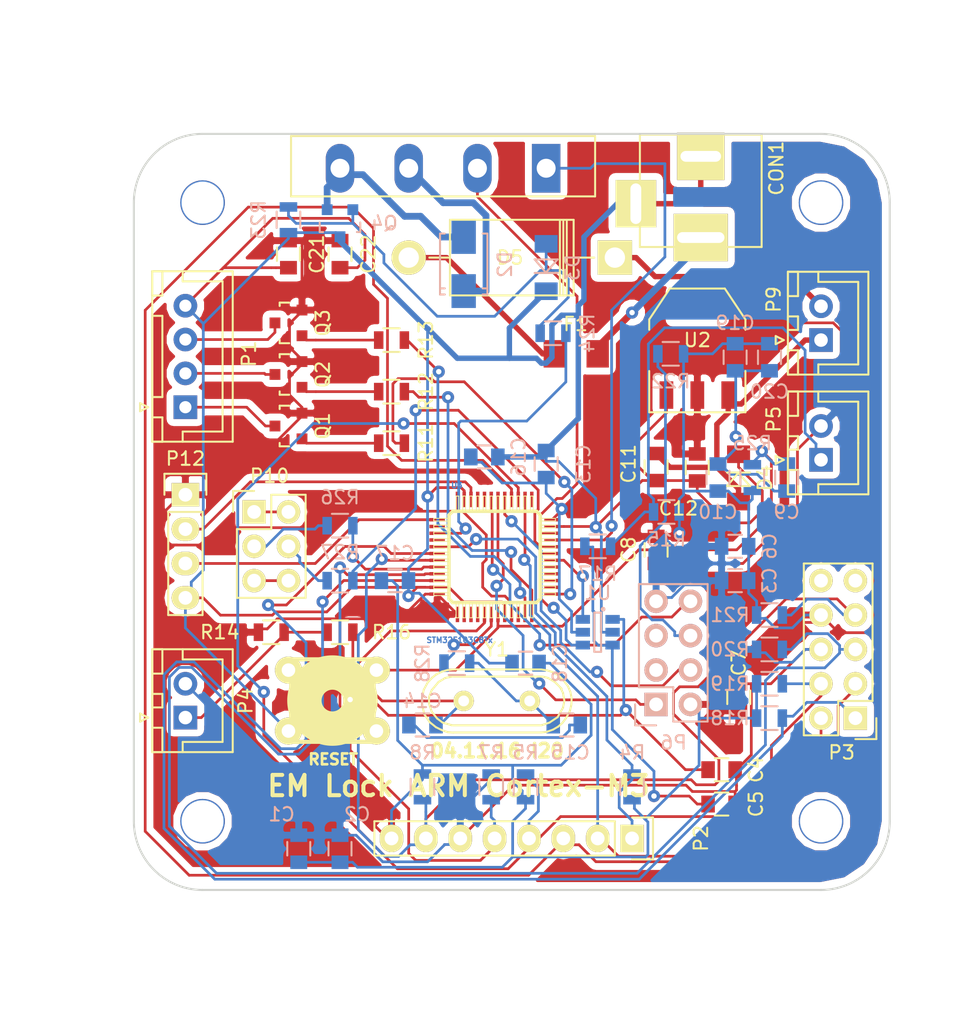
<source format=kicad_pcb>
(kicad_pcb (version 20160815) (host pcbnew "(2016-08-15 BZR 7057)-product")
  (layers (0 F.Cu signal) (31 B.Cu signal hide) (34 B.Paste user hide) (35 F.Paste user hide) (36 B.SilkS user) (37 F.SilkS user) (38 B.Mask user hide) (39 F.Mask user hide) (44 Edge.Cuts user))
  (net 0 "")
  (net 1 VCC)
  (net 2 EM_LOCK)
  (net 3 "Net-(P10-Pad1)")
  (net 4 "Net-(P10-Pad3)")
  (net 5 "Net-(Q2-Pad1)")
  (net 6 "Net-(Q3-Pad1)")
  (net 7 GND)
  (net 8 GNDD)
  (net 9 "Net-(C4-Pad2)")
  (net 10 "Net-(C5-Pad2)")
  (net 11 /stm32f103c8/NRST)
  (net 12 /stm32f103c8/LDO_IN)
  (net 13 /stm32f103c8/PD0/RCC_OSC_IN)
  (net 14 "Net-(C14-Pad2)")
  (net 15 "Net-(C15-Pad1)")
  (net 16 /stm32f103c8/12V_EXT)
  (net 17 LOCK_GND)
  (net 18 "Net-(D3-Pad1)")
  (net 19 "Net-(P4-Pad1)")
  (net 20 "Net-(P5-Pad1)")
  (net 21 "Net-(P6-Pad6)")
  (net 22 "Net-(P10-Pad4)")
  (net 23 "Net-(P10-Pad5)")
  (net 24 /stm32f103c8/SWDIO)
  (net 25 /stm32f103c8/SWCLK)
  (net 26 "Net-(Q1-Pad1)")
  (net 27 /stm32f103c8/BOOT0)
  (net 28 /stm32f103c8/PB2/BOOT1)
  (net 29 /stm32f103c8/PD1/RCC_OSC_OUT)
  (net 30 PB5_RC522A_CS)
  (net 31 PB13_SPI2_SCK)
  (net 32 PB15_SPI2_MOSI)
  (net 33 PB14_SPI2_MISO)
  (net 34 PB8_RC522A_IRQ)
  (net 35 PB7_RC522_RST)
  (net 36 PB6_RC522B_CS)
  (net 37 PB9_RC522B_IRQ)
  (net 38 UART_INT_TX)
  (net 39 ESP_RESET)
  (net 40 UART_INT_RX)
  (net 41 UART_EXT_TX)
  (net 42 UART_EXT_RX)
  (net 43 PIN_BLUE)
  (net 44 PIN_GREEN)
  (net 45 PIN_RED)
  (net 46 LOCK_OPEN)
  (net 47 BTN_CALL)
  (net 48 BTN_OPEN)
  (net 49 "Net-(D5-Pad2)")
  (net 50 "Net-(D5-Pad1)")
  (net 51 OUT_BLUE)
  (net 52 OUT_GREEN)
  (net 53 OUT_RED)
  (module DC-005 (layer F.Cu) (at 77.47 83.82 270)
    (fp_text reference CON1 (at 5.08 -5.588 90) (layer F.SilkS))
    (fp_text value BARREL_JACK)
    (pad 1 thru_hole rect (at 10.2 0 270) (size 3.5 4) (drill oval 0.8 3.5) (layers *.Cu *.Mask F.SilkS) (net 16 /stm32f103c8/12V_EXT))
    (pad 2 thru_hole rect (at 4.2 0 270) (size 3.5 3.5) (drill oval 0.8 3) (layers *.Cu *.Mask F.SilkS) (net 7 GND))
    (pad 3 thru_hole rect (at 7.7 4.8 270) (size 3.5 3) (drill oval 3 0.8) (layers *.Cu *.Mask F.SilkS) (net 7 GND))
  )
  (module I20:RC522_Full (layer F.Cu) (at 72.39 138.43 270)
    (fp_text reference P2 (at 0 -5.1 270) (layer F.SilkS))
    (fp_text value RC522A)
    (pad 1 thru_hole rect (at 0 0 270) (size 2.032 1.7272) (drill 1.016) (layers *.Cu *.Mask F.SilkS) (net 30 PB5_RC522A_CS))
    (pad 2 thru_hole oval (at 0 2.54 270) (size 2.032 1.7272) (drill 1.016) (layers *.Cu *.Mask F.SilkS) (net 31 PB13_SPI2_SCK))
    (pad 3 thru_hole oval (at 0 5.08 270) (size 2.032 1.7272) (drill 1.016) (layers *.Cu *.Mask F.SilkS) (net 32 PB15_SPI2_MOSI))
    (pad 4 thru_hole oval (at 0 7.62 270) (size 2.032 1.7272) (drill 1.016) (layers *.Cu *.Mask F.SilkS) (net 33 PB14_SPI2_MISO))
    (pad 5 thru_hole oval (at 0 10.16 270) (size 2.032 1.7272) (drill 1.016) (layers *.Cu *.Mask F.SilkS) (net 34 PB8_RC522A_IRQ))
    (pad 6 thru_hole oval (at 0 12.7 270) (size 2.032 1.7272) (drill 1.016) (layers *.Cu *.Mask F.SilkS) (net 8 GNDD))
    (pad 7 thru_hole oval (at 0 15.24 270) (size 2.032 1.7272) (drill 1.016) (layers *.Cu *.Mask F.SilkS) (net 35 PB7_RC522_RST))
    (pad 8 thru_hole oval (at 0 17.78 270) (size 2.032 1.7272) (drill 1.016) (layers *.Cu *.Mask F.SilkS) (net 1 VCC))
  )
  (module I20:MountingHole_1.9mm (layer F.Cu) (at 95.25 149.86)
    (fp_text reference H9 hide)
    (fp_text value MountingHole_1.9mm)
    (pad "" np_thru_hole circle (at 0 0) (size 1.9 1.9) (drill 1.9) (layers *.Cu *.Mask))
  )
  (module I20:MountingHole_1.9mm (layer F.Cu) (at 27.94 78.74)
    (fp_text reference H8 hide)
    (fp_text value MountingHole_1.9mm)
    (pad "" np_thru_hole circle (at 0 0) (size 1.9 1.9) (drill 1.9) (layers *.Cu *.Mask))
  )
  (module I20:MountingHole_3.1mm (layer F.Cu) (at 40.64 91.44)
    (fp_text reference H1 hide)
    (fp_text value MountingHole_3.1mm)
    (pad 1 thru_hole circle (at 0 0) (size 3.3 3.3) (drill 3.1) (layers *.Cu *.Mask))
  )
  (module I20:MountingHole_3.1mm (layer F.Cu) (at 40.64 137.16)
    (fp_text reference H4 hide)
    (fp_text value MountingHole_3.1mm)
    (pad 1 thru_hole circle (at 0 0) (size 3.3 3.3) (drill 3.1) (layers *.Cu *.Mask))
  )
  (module I20:MountingHole_3.1mm (layer F.Cu) (at 86.36 137.16)
    (fp_text reference H3 hide)
    (fp_text value MountingHole_3.1mm)
    (pad 1 thru_hole circle (at 0 0) (size 3.3 3.3) (drill 3.1) (layers *.Cu *.Mask))
  )
  (module I20:C_0805 (layer B.Cu) (at 47.752 139.192 90)
    (fp_text reference C1 (at 2.54 -1.27 180) (layer B.SilkS) (effects (justify mirror)))
    (fp_text value 100nF)
    (pad 1 smd rect (at -1 0 90) (size 1 1.25) (layers B.Cu B.Paste B.Mask) (net 1 VCC))
    (pad 2 smd rect (at 1 0 90) (size 1 1.25) (layers B.Cu B.Paste B.Mask) (net 8 GNDD))
  )
  (module I20:C_0805 (layer B.Cu) (at 50.8 139.192 90)
    (fp_text reference C2 (at 2.54 1.27 180) (layer B.SilkS) (effects (justify mirror)))
    (fp_text value 10uF)
    (pad 1 smd rect (at -1 0 90) (size 1 1.25) (layers B.Cu B.Paste B.Mask) (net 1 VCC))
    (pad 2 smd rect (at 1 0 90) (size 1 1.25) (layers B.Cu B.Paste B.Mask) (net 8 GNDD))
  )
  (module I20:C_0805 (layer B.Cu) (at 80.01 119.38 180)
    (fp_text reference C3 (at -2.54 0 270) (layer B.SilkS) (effects (justify mirror)))
    (fp_text value 100nF)
    (pad 1 smd rect (at -1 0 180) (size 1 1.25) (layers B.Cu B.Paste B.Mask) (net 1 VCC))
    (pad 2 smd rect (at 1 0 180) (size 1 1.25) (layers B.Cu B.Paste B.Mask) (net 8 GNDD))
  )
  (module I20:C_0805 (layer F.Cu) (at 79.01 133.35 180)
    (fp_text reference C4 (at -2.54 0 270) (layer F.SilkS))
    (fp_text value 0)
    (pad 1 smd rect (at -1 0 180) (size 1 1.25) (layers F.Cu F.Paste F.Mask) (net 8 GNDD))
    (pad 2 smd rect (at 1 0 180) (size 1 1.25) (layers F.Cu F.Paste F.Mask) (net 9 "Net-(C4-Pad2)"))
  )
  (module I20:C_0805 (layer F.Cu) (at 79.01 135.89 180)
    (fp_text reference C5 (at -2.54 0 270) (layer F.SilkS))
    (fp_text value 0)
    (pad 1 smd rect (at -1 0 180) (size 1 1.25) (layers F.Cu F.Paste F.Mask) (net 8 GNDD))
    (pad 2 smd rect (at 1 0 180) (size 1 1.25) (layers F.Cu F.Paste F.Mask) (net 10 "Net-(C5-Pad2)"))
  )
  (module I20:C_0805 (layer B.Cu) (at 80.01 116.84 180)
    (fp_text reference C6 (at -2.54 0 270) (layer B.SilkS) (effects (justify mirror)))
    (fp_text value 10uF)
    (pad 1 smd rect (at -1 0 180) (size 1 1.25) (layers B.Cu B.Paste B.Mask) (net 1 VCC))
    (pad 2 smd rect (at 1 0 180) (size 1 1.25) (layers B.Cu B.Paste B.Mask) (net 8 GNDD))
  )
  (module I20:C_0805 (layer F.Cu) (at 80.28 128 270)
    (fp_text reference C7 (at -2.54 0 270) (layer F.SilkS))
    (fp_text value 100nF)
    (pad 1 smd rect (at -1 0 270) (size 1 1.25) (layers F.Cu F.Paste F.Mask) (net 8 GNDD))
    (pad 2 smd rect (at 1 0 270) (size 1 1.25) (layers F.Cu F.Paste F.Mask) (net 1 VCC))
  )
  (module I20:C_0805 (layer F.Cu) (at 74.168 117.11 90)
    (fp_text reference C8 (at 0.016 -2.032 90) (layer F.SilkS))
    (fp_text value 10uF)
    (pad 1 smd rect (at -1 0 90) (size 1 1.25) (layers F.Cu F.Paste F.Mask) (net 8 GNDD))
    (pad 2 smd rect (at 1 0 90) (size 1 1.25) (layers F.Cu F.Paste F.Mask) (net 1 VCC))
  )
  (module I20:C_0805 (layer B.Cu) (at 83.82 111.76 270)
    (fp_text reference C9 (at 2.54 0) (layer B.SilkS) (effects (justify mirror)))
    (fp_text value 100nF)
    (pad 1 smd rect (at -1 0 270) (size 1 1.25) (layers B.Cu B.Paste B.Mask) (net 11 /stm32f103c8/NRST))
    (pad 2 smd rect (at 1 0 270) (size 1 1.25) (layers B.Cu B.Paste B.Mask) (net 7 GND))
  )
  (module I20:C_0805 (layer B.Cu) (at 78.74 111.76 90)
    (fp_text reference C10 (at -2.54 0 180) (layer B.SilkS) (effects (justify mirror)))
    (fp_text value 100nF)
    (pad 1 smd rect (at -1 0 90) (size 1 1.25) (layers B.Cu B.Paste B.Mask) (net 1 VCC))
    (pad 2 smd rect (at 1 0 90) (size 1 1.25) (layers B.Cu B.Paste B.Mask) (net 7 GND))
  )
  (module I20:C_0805 (layer F.Cu) (at 74.168 110.982 270)
    (fp_text reference C11 (at -0.238 2.032 270) (layer F.SilkS))
    (fp_text value 10uF)
    (pad 1 smd rect (at -1 0 270) (size 1 1.25) (layers F.Cu F.Paste F.Mask) (net 12 /stm32f103c8/LDO_IN))
    (pad 2 smd rect (at 1 0 270) (size 1 1.25) (layers F.Cu F.Paste F.Mask) (net 7 GND))
  )
  (module I20:C_0805 (layer F.Cu) (at 77.2109 111.014 270)
    (fp_text reference C12 (at 3.032 1.39192) (layer F.SilkS))
    (fp_text value 22uF)
    (pad 1 smd rect (at -1 0 270) (size 1 1.25) (layers F.Cu F.Paste F.Mask) (net 1 VCC))
    (pad 2 smd rect (at 1 0 270) (size 1 1.25) (layers F.Cu F.Paste F.Mask) (net 7 GND))
  )
  (module I20:C_0805 (layer B.Cu) (at 66.04 110.76 270)
    (fp_text reference C13 (at -0.00076 -2.76098 90) (layer B.SilkS) (effects (justify mirror)))
    (fp_text value 100nF)
    (pad 1 smd rect (at -1 0 270) (size 1 1.25) (layers B.Cu B.Paste B.Mask) (net 7 GND))
    (pad 2 smd rect (at 1 0 270) (size 1 1.25) (layers B.Cu B.Paste B.Mask) (net 1 VCC))
  )
  (module I20:C_0805 (layer B.Cu) (at 56.896 130.048 180)
    (fp_text reference C14 (at 0 1.778) (layer B.SilkS) (effects (justify mirror)))
    (fp_text value 2pF)
    (pad 1 smd rect (at -1 0 180) (size 1 1.25) (layers B.Cu B.Paste B.Mask) (net 13 /stm32f103c8/PD0/RCC_OSC_IN))
    (pad 2 smd rect (at 1 0 180) (size 1 1.25) (layers B.Cu B.Paste B.Mask) (net 14 "Net-(C14-Pad2)"))
  )
  (module I20:C_0805 (layer B.Cu) (at 67.564 130.048)
    (fp_text reference C15 (at 0.254 2.032 180) (layer B.SilkS) (effects (justify mirror)))
    (fp_text value 2pF)
    (pad 1 smd rect (at -1 0) (size 1 1.25) (layers B.Cu B.Paste B.Mask) (net 15 "Net-(C15-Pad1)"))
    (pad 2 smd rect (at 1 0) (size 1 1.25) (layers B.Cu B.Paste B.Mask) (net 14 "Net-(C14-Pad2)"))
  )
  (module I20:C_0805 (layer B.Cu) (at 61.468 110.236)
    (fp_text reference C16 (at 2.54 0 90) (layer B.SilkS) (effects (justify mirror)))
    (fp_text value 100nF)
    (pad 1 smd rect (at -1 0) (size 1 1.25) (layers B.Cu B.Paste B.Mask) (net 1 VCC))
    (pad 2 smd rect (at 1 0) (size 1 1.25) (layers B.Cu B.Paste B.Mask) (net 7 GND))
  )
  (module I20:C_0805 (layer B.Cu) (at 54.864 119.38)
    (fp_text reference C17 (at 0 -2.032 180) (layer B.SilkS) (effects (justify mirror)))
    (fp_text value 100nF)
    (pad 1 smd rect (at -1 0) (size 1 1.25) (layers B.Cu B.Paste B.Mask) (net 1 VCC))
    (pad 2 smd rect (at 1 0) (size 1 1.25) (layers B.Cu B.Paste B.Mask) (net 7 GND))
  )
  (module I20:C_0805 (layer B.Cu) (at 64.516 125.476 180)
    (fp_text reference C18 (at -2.54 0 270) (layer B.SilkS) (effects (justify mirror)))
    (fp_text value 100nF)
    (pad 1 smd rect (at -1 0 180) (size 1 1.25) (layers B.Cu B.Paste B.Mask) (net 1 VCC))
    (pad 2 smd rect (at 1 0 180) (size 1 1.25) (layers B.Cu B.Paste B.Mask) (net 7 GND))
  )
  (module I20:C_0805 (layer B.Cu) (at 80.01 102.87 90)
    (fp_text reference C19 (at 2.54 0 180) (layer B.SilkS) (effects (justify mirror)))
    (fp_text value 10uF)
    (pad 1 smd rect (at -1 0 90) (size 1 1.25) (layers B.Cu B.Paste B.Mask) (net 7 GND))
    (pad 2 smd rect (at 1 0 90) (size 1 1.25) (layers B.Cu B.Paste B.Mask) (net 1 VCC))
  )
  (module I20:C_0805 (layer B.Cu) (at 82.55 102.87 90)
    (fp_text reference C20 (at -2.54 0 180) (layer B.SilkS) (effects (justify mirror)))
    (fp_text value 1uF)
    (pad 1 smd rect (at -1 0 90) (size 1 1.25) (layers B.Cu B.Paste B.Mask) (net 7 GND))
    (pad 2 smd rect (at 1 0 90) (size 1 1.25) (layers B.Cu B.Paste B.Mask) (net 1 VCC))
  )
  (module I20:Fuse_SMD1206_Wave (layer F.Cu) (at 68.265 102.616)
    (fp_text reference F1 (at -0.0508 -2.19964) (layer F.SilkS))
    (fp_text value 3A)
    (pad 1 smd rect (at -1.58496 0 90) (size 2.02946 1.651) (layers F.Cu F.Paste F.Mask) (net 49 "Net-(D5-Pad2)"))
    (pad 2 smd rect (at 1.58496 0 90) (size 2.02946 1.651) (layers F.Cu F.Paste F.Mask) (net 16 /stm32f103c8/12V_EXT))
  )
  (module Pin_Headers:Pin_Header_Straight_2x05 (layer F.Cu) (at 88.9 129.54 180)
    (fp_text reference P3 (at 1.016 -2.54 180) (layer F.SilkS))
    (fp_text value RC522B)
    (pad 1 thru_hole rect (at 0 0 180) (size 1.7272 1.7272) (drill 1.016) (layers *.Cu *.Mask F.SilkS) (net 36 PB6_RC522B_CS))
    (pad 2 thru_hole oval (at 2.54 0 180) (size 1.7272 1.7272) (drill 1.016) (layers *.Cu *.Mask F.SilkS) (net 31 PB13_SPI2_SCK))
    (pad 3 thru_hole oval (at 0 2.54 180) (size 1.7272 1.7272) (drill 1.016) (layers *.Cu *.Mask F.SilkS) (net 32 PB15_SPI2_MOSI))
    (pad 4 thru_hole oval (at 2.54 2.54 180) (size 1.7272 1.7272) (drill 1.016) (layers *.Cu *.Mask F.SilkS) (net 33 PB14_SPI2_MISO))
    (pad 5 thru_hole oval (at 0 5.08 180) (size 1.7272 1.7272) (drill 1.016) (layers *.Cu *.Mask F.SilkS) (net 37 PB9_RC522B_IRQ))
    (pad 6 thru_hole oval (at 2.54 5.08 180) (size 1.7272 1.7272) (drill 1.016) (layers *.Cu *.Mask F.SilkS) (net 8 GNDD))
    (pad 7 thru_hole oval (at 0 7.62 180) (size 1.7272 1.7272) (drill 1.016) (layers *.Cu *.Mask F.SilkS) (net 35 PB7_RC522_RST))
    (pad 8 thru_hole oval (at 2.54 7.62 180) (size 1.7272 1.7272) (drill 1.016) (layers *.Cu *.Mask F.SilkS) (net 1 VCC))
    (pad 9 thru_hole oval (at 0 10.16 180) (size 1.7272 1.7272) (drill 1.016) (layers *.Cu *.Mask F.SilkS))
    (pad 10 thru_hole oval (at 2.54 10.16 180) (size 1.7272 1.7272) (drill 1.016) (layers *.Cu *.Mask F.SilkS))
  )
  (module I20:JST_XH_B02B-XH-A_02x2.50mm_Straight (layer F.Cu) (at 39.37 129.5 90)
    (fp_text reference P4 (at 1.23 4.445 90) (layer F.SilkS))
    (fp_text value BTN_OPEN)
    (pad 1 thru_hole rect (at 0 0 90) (size 1.75 1.75) (drill 1) (layers *.Cu *.Mask) (net 19 "Net-(P4-Pad1)"))
    (pad 2 thru_hole circle (at 2.5 0 90) (size 1.75 1.75) (drill 1) (layers *.Cu *.Mask) (net 8 GNDD))
  )
  (module I20:JST_XH_B02B-XH-A_02x2.50mm_Straight (layer F.Cu) (at 86.36 110.45 90)
    (fp_text reference P5 (at 3 -3.5 90) (layer F.SilkS))
    (fp_text value BTN_CALL)
    (pad 1 thru_hole rect (at 0 0 90) (size 1.75 1.75) (drill 1) (layers *.Cu *.Mask) (net 20 "Net-(P5-Pad1)"))
    (pad 2 thru_hole circle (at 2.5 0 90) (size 1.75 1.75) (drill 1) (layers *.Cu *.Mask) (net 8 GNDD))
  )
  (module I20:JST_XH_B02B-XH-A_02x2.50mm_Straight (layer F.Cu) (at 86.36 101.6 90)
    (fp_text reference P9 (at 3 -3.5 90) (layer F.SilkS))
    (fp_text value PWR_SW_CONN)
    (pad 1 thru_hole rect (at 0 0 90) (size 1.75 1.75) (drill 1) (layers *.Cu *.Mask) (net 12 /stm32f103c8/LDO_IN))
    (pad 2 thru_hole circle (at 2.5 0 90) (size 1.75 1.75) (drill 1) (layers *.Cu *.Mask) (net 50 "Net-(D5-Pad1)"))
  )
  (module I20:Pin_Header_Straight_2x03 (layer F.Cu) (at 44.45 114.3)
    (fp_text reference P10 (at 1.143 -2.667) (layer F.SilkS))
    (fp_text value BOOT_SEL_CONN)
    (pad 1 thru_hole rect (at 0 0) (size 1.7272 1.7272) (drill 1.016) (layers *.Cu *.Mask F.SilkS) (net 3 "Net-(P10-Pad1)"))
    (pad 2 thru_hole oval (at 2.54 0) (size 1.7272 1.7272) (drill 1.016) (layers *.Cu *.Mask F.SilkS) (net 3 "Net-(P10-Pad1)"))
    (pad 3 thru_hole oval (at 0 2.54) (size 1.7272 1.7272) (drill 1.016) (layers *.Cu *.Mask F.SilkS) (net 4 "Net-(P10-Pad3)"))
    (pad 4 thru_hole oval (at 2.54 2.54) (size 1.7272 1.7272) (drill 1.016) (layers *.Cu *.Mask F.SilkS) (net 22 "Net-(P10-Pad4)"))
    (pad 5 thru_hole oval (at 0 5.08) (size 1.7272 1.7272) (drill 1.016) (layers *.Cu *.Mask F.SilkS) (net 23 "Net-(P10-Pad5)"))
    (pad 6 thru_hole oval (at 2.54 5.08) (size 1.7272 1.7272) (drill 1.016) (layers *.Cu *.Mask F.SilkS) (net 23 "Net-(P10-Pad5)"))
  )
  (module I20:Pin_Header_Straight_1x04 (layer F.Cu) (at 39.37 113.03)
    (fp_text reference P12 (at 0 -2.667) (layer F.SilkS))
    (fp_text value SWD_CONN)
    (pad 1 thru_hole rect (at 0 0) (size 2.032 1.7272) (drill 1.016) (layers *.Cu *.Mask F.SilkS) (net 1 VCC))
    (pad 2 thru_hole oval (at 0 2.54) (size 2.032 1.7272) (drill 1.016) (layers *.Cu *.Mask F.SilkS) (net 24 /stm32f103c8/SWDIO))
    (pad 3 thru_hole oval (at 0 5.08) (size 2.032 1.7272) (drill 1.016) (layers *.Cu *.Mask F.SilkS) (net 25 /stm32f103c8/SWCLK))
    (pad 4 thru_hole oval (at 0 7.62) (size 2.032 1.7272) (drill 1.016) (layers *.Cu *.Mask F.SilkS) (net 7 GND))
  )
  (module I20:SOT-23 (layer F.Cu) (at 46.99 107.95 90)
    (fp_text reference Q1 (at 0 2.54 270) (layer F.SilkS))
    (fp_text value MMBT3906)
    (pad 1 smd rect (at -0.95 1.00076 90) (size 0.8001 0.8001) (layers F.Cu F.Paste F.Mask) (net 26 "Net-(Q1-Pad1)"))
    (pad 2 smd rect (at 0.95 1.00076 90) (size 0.8001 0.8001) (layers F.Cu F.Paste F.Mask) (net 1 VCC))
    (pad 3 smd rect (at 0 -0.99822 90) (size 0.8001 0.8001) (layers F.Cu F.Paste F.Mask) (net 51 OUT_BLUE))
  )
  (module I20:SOT-23 (layer F.Cu) (at 46.99 104.14 90)
    (fp_text reference Q2 (at 0 2.54 270) (layer F.SilkS))
    (fp_text value MMBT3906)
    (pad 1 smd rect (at -0.95 1.00076 90) (size 0.8001 0.8001) (layers F.Cu F.Paste F.Mask) (net 5 "Net-(Q2-Pad1)"))
    (pad 2 smd rect (at 0.95 1.00076 90) (size 0.8001 0.8001) (layers F.Cu F.Paste F.Mask) (net 1 VCC))
    (pad 3 smd rect (at 0 -0.99822 90) (size 0.8001 0.8001) (layers F.Cu F.Paste F.Mask) (net 52 OUT_GREEN))
  )
  (module I20:SOT-23 (layer F.Cu) (at 46.99 100.33 90)
    (fp_text reference Q3 (at 0 2.54 270) (layer F.SilkS))
    (fp_text value MMBT3906)
    (pad 1 smd rect (at -0.95 1.00076 90) (size 0.8001 0.8001) (layers F.Cu F.Paste F.Mask) (net 6 "Net-(Q3-Pad1)"))
    (pad 2 smd rect (at 0.95 1.00076 90) (size 0.8001 0.8001) (layers F.Cu F.Paste F.Mask) (net 1 VCC))
    (pad 3 smd rect (at 0 -0.99822 90) (size 0.8001 0.8001) (layers F.Cu F.Paste F.Mask) (net 53 OUT_RED))
  )
  (module I20:SOT-23 (layer B.Cu) (at 50.8 92.96396)
    (fp_text reference Q4 (at 3.2639 -0.0025) (layer B.SilkS) (effects (justify mirror)))
    (fp_text value Q_NMOS_DGS)
    (pad 1 smd rect (at -0.95 -1.00076) (size 0.8001 0.8001) (layers B.Cu B.Paste B.Mask) (net 17 LOCK_GND))
    (pad 2 smd rect (at 0.95 -1.00076) (size 0.8001 0.8001) (layers B.Cu B.Paste B.Mask) (net 18 "Net-(D3-Pad1)"))
    (pad 3 smd rect (at 0 0.99822) (size 0.8001 0.8001) (layers B.Cu B.Paste B.Mask) (net 7 GND))
  )
  (module I20:R_0805 (layer B.Cu) (at 72.39 134.62 90)
    (fp_text reference R4 (at 2.54 0) (layer B.SilkS) (effects (justify mirror)))
    (fp_text value 4.7k)
    (pad 1 smd rect (at -0.95 0 90) (size 0.7 1.3) (layers B.Cu B.Paste B.Mask) (net 1 VCC))
    (pad 2 smd rect (at 0.95 0 90) (size 0.7 1.3) (layers B.Cu B.Paste B.Mask) (net 30 PB5_RC522A_CS))
  )
  (module I20:R_0805 (layer B.Cu) (at 64.516 134.62 90)
    (fp_text reference R5 (at 2.54 0) (layer B.SilkS) (effects (justify mirror)))
    (fp_text value 4.7k)
    (pad 1 smd rect (at -0.95 0 90) (size 0.7 1.3) (layers B.Cu B.Paste B.Mask) (net 1 VCC))
    (pad 2 smd rect (at 0.95 0 90) (size 0.7 1.3) (layers B.Cu B.Paste B.Mask) (net 33 PB14_SPI2_MISO))
  )
  (module I20:R_0805 (layer B.Cu) (at 61.976 134.62 270)
    (fp_text reference R7 (at -2.54 0) (layer B.SilkS) (effects (justify mirror)))
    (fp_text value 4.7k)
    (pad 1 smd rect (at -0.95 0 270) (size 0.7 1.3) (layers B.Cu B.Paste B.Mask) (net 8 GNDD))
    (pad 2 smd rect (at 0.95 0 270) (size 0.7 1.3) (layers B.Cu B.Paste B.Mask) (net 34 PB8_RC522A_IRQ))
  )
  (module I20:R_0805 (layer B.Cu) (at 56.896 134.62 270)
    (fp_text reference R8 (at -2.54 0) (layer B.SilkS) (effects (justify mirror)))
    (fp_text value 4.7k)
    (pad 1 smd rect (at -0.95 0 270) (size 0.7 1.3) (layers B.Cu B.Paste B.Mask) (net 1 VCC))
    (pad 2 smd rect (at 0.95 0 270) (size 0.7 1.3) (layers B.Cu B.Paste B.Mask) (net 35 PB7_RC522_RST))
  )
  (module I20:R_0805 (layer F.Cu) (at 54.61 109.22)
    (fp_text reference R11 (at 2.54 0 270) (layer F.SilkS))
    (fp_text value 2k)
    (pad 1 smd rect (at -0.95 0) (size 0.7 1.3) (layers F.Cu F.Paste F.Mask) (net 26 "Net-(Q1-Pad1)"))
    (pad 2 smd rect (at 0.95 0) (size 0.7 1.3) (layers F.Cu F.Paste F.Mask) (net 43 PIN_BLUE))
  )
  (module I20:R_0805 (layer F.Cu) (at 54.61 105.41)
    (fp_text reference R12 (at 2.54 0 270) (layer F.SilkS))
    (fp_text value 2k)
    (pad 1 smd rect (at -0.95 0) (size 0.7 1.3) (layers F.Cu F.Paste F.Mask) (net 5 "Net-(Q2-Pad1)"))
    (pad 2 smd rect (at 0.95 0) (size 0.7 1.3) (layers F.Cu F.Paste F.Mask) (net 44 PIN_GREEN))
  )
  (module I20:R_0805 (layer F.Cu) (at 54.61 101.6)
    (fp_text reference R13 (at 2.54 0 270) (layer F.SilkS))
    (fp_text value 2k)
    (pad 1 smd rect (at -0.95 0) (size 0.7 1.3) (layers F.Cu F.Paste F.Mask) (net 6 "Net-(Q3-Pad1)"))
    (pad 2 smd rect (at 0.95 0) (size 0.7 1.3) (layers F.Cu F.Paste F.Mask) (net 45 PIN_RED))
  )
  (module I20:R_0805 (layer F.Cu) (at 45.72 123.19)
    (fp_text reference R14 (at -3.81 0 180) (layer F.SilkS))
    (fp_text value 10k)
    (pad 1 smd rect (at -0.95 0) (size 0.7 1.3) (layers F.Cu F.Paste F.Mask) (net 1 VCC))
    (pad 2 smd rect (at 0.95 0) (size 0.7 1.3) (layers F.Cu F.Paste F.Mask) (net 19 "Net-(P4-Pad1)"))
  )
  (module I20:R_0805 (layer B.Cu) (at 74.93 114.3 180)
    (fp_text reference R15 (at 0 -2.032) (layer B.SilkS) (effects (justify mirror)))
    (fp_text value 10k)
    (pad 1 smd rect (at -0.95 0 180) (size 0.7 1.3) (layers B.Cu B.Paste B.Mask) (net 1 VCC))
    (pad 2 smd rect (at 0.95 0 180) (size 0.7 1.3) (layers B.Cu B.Paste B.Mask) (net 20 "Net-(P5-Pad1)"))
  )
  (module I20:R_0805 (layer F.Cu) (at 50.8 123.19 180)
    (fp_text reference R16 (at -3.81 0) (layer F.SilkS))
    (fp_text value 0)
    (pad 1 smd rect (at -0.95 0 180) (size 0.7 1.3) (layers F.Cu F.Paste F.Mask) (net 9 "Net-(C4-Pad2)"))
    (pad 2 smd rect (at 0.95 0 180) (size 0.7 1.3) (layers F.Cu F.Paste F.Mask) (net 19 "Net-(P4-Pad1)"))
  )
  (module I20:R_0805 (layer B.Cu) (at 69.85 116.84)
    (fp_text reference R17 (at 0 2.032) (layer B.SilkS) (effects (justify mirror)))
    (fp_text value 0)
    (pad 1 smd rect (at -0.95 0) (size 0.7 1.3) (layers B.Cu B.Paste B.Mask) (net 10 "Net-(C5-Pad2)"))
    (pad 2 smd rect (at 0.95 0) (size 0.7 1.3) (layers B.Cu B.Paste B.Mask) (net 20 "Net-(P5-Pad1)"))
  )
  (module I20:R_0805 (layer B.Cu) (at 82.55 129.54)
    (fp_text reference R18 (at -2.921 0) (layer B.SilkS) (effects (justify mirror)))
    (fp_text value 4.7k)
    (pad 1 smd rect (at -0.95 0) (size 0.7 1.3) (layers B.Cu B.Paste B.Mask) (net 1 VCC))
    (pad 2 smd rect (at 0.95 0) (size 0.7 1.3) (layers B.Cu B.Paste B.Mask) (net 36 PB6_RC522B_CS))
  )
  (module I20:R_0805 (layer B.Cu) (at 82.55 127)
    (fp_text reference R19 (at -2.921 0) (layer B.SilkS) (effects (justify mirror)))
    (fp_text value 4.7k)
    (pad 1 smd rect (at -0.95 0) (size 0.7 1.3) (layers B.Cu B.Paste B.Mask) (net 1 VCC))
    (pad 2 smd rect (at 0.95 0) (size 0.7 1.3) (layers B.Cu B.Paste B.Mask) (net 33 PB14_SPI2_MISO))
  )
  (module I20:R_0805 (layer B.Cu) (at 82.55 124.46)
    (fp_text reference R20 (at -2.921 0) (layer B.SilkS) (effects (justify mirror)))
    (fp_text value 4.7k)
    (pad 1 smd rect (at -0.95 0) (size 0.7 1.3) (layers B.Cu B.Paste B.Mask) (net 8 GNDD))
    (pad 2 smd rect (at 0.95 0) (size 0.7 1.3) (layers B.Cu B.Paste B.Mask) (net 37 PB9_RC522B_IRQ))
  )
  (module I20:R_0805 (layer B.Cu) (at 82.55 121.92)
    (fp_text reference R21 (at -2.921 0) (layer B.SilkS) (effects (justify mirror)))
    (fp_text value 4.7k)
    (pad 1 smd rect (at -0.95 0) (size 0.7 1.3) (layers B.Cu B.Paste B.Mask) (net 1 VCC))
    (pad 2 smd rect (at 0.95 0) (size 0.7 1.3) (layers B.Cu B.Paste B.Mask) (net 35 PB7_RC522_RST))
  )
  (module I20:R_0805 (layer B.Cu) (at 75.25 102.616 180)
    (fp_text reference R22 (at 0 -2.032) (layer B.SilkS) (effects (justify mirror)))
    (fp_text value 0)
    (pad 1 smd rect (at -0.95 0 180) (size 0.7 1.3) (layers B.Cu B.Paste B.Mask) (net 1 VCC))
    (pad 2 smd rect (at 0.95 0 180) (size 0.7 1.3) (layers B.Cu B.Paste B.Mask) (net 21 "Net-(P6-Pad6)"))
  )
  (module I20:R_0805 (layer B.Cu) (at 46.99 92.71 270)
    (fp_text reference R23 (at 0 2.21234 90) (layer B.SilkS) (effects (justify mirror)))
    (fp_text value 10k)
    (pad 1 smd rect (at -0.95 0 270) (size 0.7 1.3) (layers B.Cu B.Paste B.Mask) (net 18 "Net-(D3-Pad1)"))
    (pad 2 smd rect (at 0.95 0 270) (size 0.7 1.3) (layers B.Cu B.Paste B.Mask) (net 7 GND))
  )
  (module I20:R_0805 (layer B.Cu) (at 66.548 101.092 180)
    (fp_text reference R24 (at -2.54 0 270) (layer B.SilkS) (effects (justify mirror)))
    (fp_text value 240)
    (pad 1 smd rect (at -0.95 0 180) (size 0.7 1.3) (layers B.Cu B.Paste B.Mask) (net 46 LOCK_OPEN))
    (pad 2 smd rect (at 0.95 0 180) (size 0.7 1.3) (layers B.Cu B.Paste B.Mask) (net 18 "Net-(D3-Pad1)"))
  )
  (module I20:R_0805 (layer B.Cu) (at 81.28 111.76 270)
    (fp_text reference R25 (at -2.54 0) (layer B.SilkS) (effects (justify mirror)))
    (fp_text value 10k)
    (pad 1 smd rect (at -0.95 0 270) (size 0.7 1.3) (layers B.Cu B.Paste B.Mask) (net 11 /stm32f103c8/NRST))
    (pad 2 smd rect (at 0.95 0 270) (size 0.7 1.3) (layers B.Cu B.Paste B.Mask) (net 1 VCC))
  )
  (module I20:R_0805 (layer B.Cu) (at 50.8 115.316 180)
    (fp_text reference R26 (at 0 2.1 180) (layer B.SilkS) (effects (justify mirror)))
    (fp_text value 10k)
    (pad 1 smd rect (at -0.95 0 180) (size 0.7 1.3) (layers B.Cu B.Paste B.Mask) (net 27 /stm32f103c8/BOOT0))
    (pad 2 smd rect (at 0.95 0 180) (size 0.7 1.3) (layers B.Cu B.Paste B.Mask) (net 4 "Net-(P10-Pad3)"))
  )
  (module I20:R_0805 (layer B.Cu) (at 50.8 119.38 180)
    (fp_text reference R27 (at 0 2.1 180) (layer B.SilkS) (effects (justify mirror)))
    (fp_text value 10k)
    (pad 1 smd rect (at -0.95 0 180) (size 0.7 1.3) (layers B.Cu B.Paste B.Mask) (net 28 /stm32f103c8/PB2/BOOT1))
    (pad 2 smd rect (at 0.95 0 180) (size 0.7 1.3) (layers B.Cu B.Paste B.Mask) (net 22 "Net-(P10-Pad4)"))
  )
  (module I20:R_0805 (layer B.Cu) (at 59.436 125.476)
    (fp_text reference R28 (at -2.54 0 90) (layer B.SilkS) (effects (justify mirror)))
    (fp_text value 0R)
    (pad 1 smd rect (at -0.95 0) (size 0.7 1.3) (layers B.Cu B.Paste B.Mask) (net 29 /stm32f103c8/PD1/RCC_OSC_OUT))
    (pad 2 smd rect (at 0.95 0) (size 0.7 1.3) (layers B.Cu B.Paste B.Mask) (net 15 "Net-(C15-Pad1)"))
  )
  (module I20:SOT-23-6 (layer B.Cu) (at 69.85 123.19 180)
    (fp_text reference U1 (at 0 2.9 180) (layer B.SilkS) (effects (justify mirror)))
    (fp_text value 74LVC2G14)
    (pad 1 smd rect (at -1.1 0.95 180) (size 1.06 0.65) (layers B.Cu B.Paste B.Mask) (net 9 "Net-(C4-Pad2)"))
    (pad 2 smd rect (at -1.1 0 180) (size 1.06 0.65) (layers B.Cu B.Paste B.Mask) (net 7 GND))
    (pad 3 smd rect (at -1.1 -0.95 180) (size 1.06 0.65) (layers B.Cu B.Paste B.Mask) (net 10 "Net-(C5-Pad2)"))
    (pad 4 smd rect (at 1.1 -0.95 180) (size 1.06 0.65) (layers B.Cu B.Paste B.Mask) (net 47 BTN_CALL))
    (pad 6 smd rect (at 1.1 0.95 180) (size 1.06 0.65) (layers B.Cu B.Paste B.Mask) (net 48 BTN_OPEN))
    (pad 5 smd rect (at 1.1 0 180) (size 1.06 0.65) (layers B.Cu B.Paste B.Mask) (net 1 VCC))
  )
  (module I20:SOT-223 (layer F.Cu) (at 77.216 102.362)
    (fp_text reference U2 (at 0 -0.762) (layer F.SilkS))
    (fp_text value LD1117S33CTR)
    (pad 4 smd rect (at 0 -3.302) (size 3.6576 2.032) (layers F.Cu F.Paste F.Mask))
    (pad 2 smd rect (at 0 3.302) (size 1.016 2.032) (layers F.Cu F.Paste F.Mask) (net 1 VCC))
    (pad 3 smd rect (at 2.286 3.302) (size 1.016 2.032) (layers F.Cu F.Paste F.Mask) (net 12 /stm32f103c8/LDO_IN))
    (pad 1 smd rect (at -2.286 3.302) (size 1.016 2.032) (layers F.Cu F.Paste F.Mask) (net 7 GND))
  )
  (module I20:Crystal_HC49-U_Vertical (layer F.Cu) (at 62.3849 128.27)
    (fp_text reference Y1 (at 0 -3.81) (layer F.SilkS))
    (fp_text value 8MHz)
    (pad 1 thru_hole circle (at -2.44094 0) (size 1.50114 1.50114) (drill 0.8001) (layers *.Cu *.Mask F.SilkS) (net 13 /stm32f103c8/PD0/RCC_OSC_IN))
    (pad 2 thru_hole circle (at 2.44094 0) (size 1.50114 1.50114) (drill 0.8001) (layers *.Cu *.Mask F.SilkS) (net 15 "Net-(C15-Pad1)"))
  )
  (module I20:MountingHole_3.1mm (layer F.Cu) (at 86.36 91.44)
    (fp_text reference H2 hide)
    (fp_text value MountingHole_3.1mm)
    (pad 1 thru_hole circle (at 0 0) (size 3.3 3.3) (drill 3.1) (layers *.Cu *.Mask))
  )
  (module I20:Diode_DO-201AD_Horizontal_RM15 (layer F.Cu) (at 71.1212 95.501 180)
    (fp_text reference D5 (at 7.7482 -0.003 180) (layer F.SilkS))
    (fp_text value 0)
    (pad 2 thru_hole circle (at 15.24122 -0.00296) (size 2.54 2.54) (drill 1.50114) (layers *.Cu *.Mask F.SilkS) (net 49 "Net-(D5-Pad2)"))
    (pad 1 thru_hole rect (at 0.00122 -0.00296) (size 2.54 2.54) (drill 1.50114) (layers *.Cu *.Mask F.SilkS) (net 50 "Net-(D5-Pad1)"))
  )
  (module I20:JST_XH_B04B-XH-A_04x2.50mm_Straight (layer F.Cu) (at 39.37 106.56 90)
    (fp_text reference P1 (at 3.944 4.699 90) (layer F.SilkS))
    (fp_text value EXT_LED_CONN)
    (pad 1 thru_hole rect (at 0 0 90) (size 1.75 1.75) (drill 0.9) (layers *.Cu *.Mask) (net 51 OUT_BLUE))
    (pad 2 thru_hole circle (at 2.5 0 90) (size 1.75 1.75) (drill 0.9) (layers *.Cu *.Mask) (net 52 OUT_GREEN))
    (pad 3 thru_hole circle (at 5 0 90) (size 1.75 1.75) (drill 0.9) (layers *.Cu *.Mask) (net 53 OUT_RED))
    (pad 4 thru_hole circle (at 7.5 0 90) (size 1.75 1.75) (drill 0.9) (layers *.Cu *.Mask) (net 7 GND))
  )
  (module I20:SMA_Standard (layer B.Cu) (at 59.944 95.979 90)
    (fp_text reference D2 (at -0.03302 3.048 270) (layer B.SilkS) (effects (justify mirror)))
    (fp_text value M7)
    (pad 1 smd rect (at -1.99898 0 90) (size 2.49936 1.80086) (layers B.Cu B.Paste B.Mask) (net 2 EM_LOCK))
    (pad 2 smd rect (at 1.99898 0 90) (size 2.49936 1.80086) (layers B.Cu B.Paste B.Mask) (net 17 LOCK_GND))
  )
  (module I20:PCB_PUSH (layer F.Cu) (at 50.2412 128.242 90)
    (fp_text reference RESET (at -4.346 0.0508 180) (layer F.SilkS) (effects (font (size 0.8 0.8) (thickness 0.2))))
    (fp_text value RST_BTN hide)
    (pad 1 thru_hole circle (at -2.25044 -3.2512 90) (size 1.99898 1.99898) (drill 1.00076) (layers *.Cu *.Mask F.SilkS) (net 7 GND))
    (pad 2 thru_hole circle (at 2.25044 3.2512 90) (size 1.99898 1.99898) (drill 1.00076) (layers *.Cu *.Mask F.SilkS) (net 11 /stm32f103c8/NRST))
    (pad 4 thru_hole circle (at 2.25044 -3.2512 90) (size 1.99898 1.99898) (drill 1.00076) (layers *.Cu *.Mask F.SilkS))
    (pad 3 thru_hole circle (at -2.25044 3.2512 90) (size 1.99898 1.99898) (drill 1.00076) (layers *.Cu *.Mask F.SilkS))
  )
  (module I20:MiniMELF_Standard (layer B.Cu) (at 66.04 96.2381 90)
    (fp_text reference D3 (at 0 1.95 90) (layer B.SilkS) (effects (justify mirror)))
    (fp_text value ZENER-MOSFET-GATE)
    (pad 2 smd rect (at -1.75006 0 90) (size 1.30048 1.69926) (layers B.Cu B.Paste B.Mask) (net 7 GND))
    (pad 1 smd rect (at 1.75006 0 90) (size 1.30048 1.69926) (layers B.Cu B.Paste B.Mask) (net 18 "Net-(D3-Pad1)"))
  )
  (module I20:MiniMELF_Standard (layer F.Cu) (at 80.264 111.788 270)
    (fp_text reference D4 (at 0 -1.95 270) (layer F.SilkS))
    (fp_text value LDO-12V)
    (pad 2 smd rect (at -1.75006 0 270) (size 1.30048 1.69926) (layers F.Cu F.Paste F.Mask) (net 7 GND))
    (pad 1 smd rect (at 1.75006 0 270) (size 1.30048 1.69926) (layers F.Cu F.Paste F.Mask) (net 12 /stm32f103c8/LDO_IN))
  )
  (module I20:SparkFun-LQFP-48 (layer F.Cu) (at 62.23 117.625)
    (fp_text reference U3 (at -2.794 -5.2832) (layer B.Cu) (effects (font (size 0.4064 0.4064) (thickness 0.0889))))
    (fp_text value STM32F103C8Tx (at -2.5883 6.1468) (layer B.Cu) (effects (font (size 0.4064 0.4064) (thickness 0.0889))))
    (pad 1 smd rect (at -2.7483 4.2494) (size 0.254 1.143) (layers F.Cu F.Paste F.Mask) (net 1 VCC))
    (pad 2 smd rect (at -2.2479 4.2494) (size 0.254 1.143) (layers F.Cu F.Paste F.Mask))
    (pad 3 smd rect (at -1.7475 4.2494) (size 0.254 1.143) (layers F.Cu F.Paste F.Mask))
    (pad 4 smd rect (at -1.2497 4.2494) (size 0.254 1.143) (layers F.Cu F.Paste F.Mask))
    (pad 5 smd rect (at -0.7493 4.2494) (size 0.254 1.143) (layers F.Cu F.Paste F.Mask) (net 13 /stm32f103c8/PD0/RCC_OSC_IN))
    (pad 6 smd rect (at -0.2489 4.2494) (size 0.254 1.143) (layers F.Cu F.Paste F.Mask) (net 29 /stm32f103c8/PD1/RCC_OSC_OUT))
    (pad 7 smd rect (at 0.2489 4.2494) (size 0.254 1.143) (layers F.Cu F.Paste F.Mask) (net 11 /stm32f103c8/NRST))
    (pad 8 smd rect (at 0.7493 4.2494) (size 0.254 1.143) (layers F.Cu F.Paste F.Mask) (net 7 GND))
    (pad 9 smd rect (at 1.2497 4.2494) (size 0.254 1.143) (layers F.Cu F.Paste F.Mask) (net 1 VCC))
    (pad 10 smd rect (at 1.7475 4.2494) (size 0.254 1.143) (layers F.Cu F.Paste F.Mask))
    (pad 11 smd rect (at 2.2479 4.2494) (size 0.254 1.143) (layers F.Cu F.Paste F.Mask) (net 45 PIN_RED))
    (pad 12 smd rect (at 2.7483 4.2494) (size 0.254 1.143) (layers F.Cu F.Paste F.Mask) (net 44 PIN_GREEN))
    (pad 13 smd rect (at 4.2494 2.7483 90) (size 0.254 1.143) (layers F.Cu F.Paste F.Mask) (net 43 PIN_BLUE))
    (pad 14 smd rect (at 4.2494 2.2479 90) (size 0.254 1.143) (layers F.Cu F.Paste F.Mask))
    (pad 15 smd rect (at 4.2494 1.7475 90) (size 0.254 1.143) (layers F.Cu F.Paste F.Mask))
    (pad 16 smd rect (at 4.2494 1.2497 90) (size 0.254 1.143) (layers F.Cu F.Paste F.Mask))
    (pad 17 smd rect (at 4.2494 0.7493 90) (size 0.254 1.143) (layers F.Cu F.Paste F.Mask))
    (pad 18 smd rect (at 4.2494 0.2489 90) (size 0.254 1.143) (layers F.Cu F.Paste F.Mask) (net 48 BTN_OPEN))
    (pad 19 smd rect (at 4.2494 -0.2489 90) (size 0.254 1.143) (layers F.Cu F.Paste F.Mask) (net 47 BTN_CALL))
    (pad 20 smd rect (at 4.2494 -0.7493 90) (size 0.254 1.143) (layers F.Cu F.Paste F.Mask) (net 28 /stm32f103c8/PB2/BOOT1))
    (pad 21 smd rect (at 4.2494 -1.2497 90) (size 0.254 1.143) (layers F.Cu F.Paste F.Mask) (net 41 UART_EXT_TX))
    (pad 22 smd rect (at 4.2494 -1.7475 90) (size 0.254 1.143) (layers F.Cu F.Paste F.Mask) (net 42 UART_EXT_RX))
    (pad 23 smd rect (at 4.2494 -2.2479 90) (size 0.254 1.143) (layers F.Cu F.Paste F.Mask) (net 7 GND))
    (pad 24 smd rect (at 4.2494 -2.7483 90) (size 0.254 1.143) (layers F.Cu F.Paste F.Mask) (net 1 VCC))
    (pad 25 smd rect (at 2.7483 -4.2494) (size 0.254 1.143) (layers F.Cu F.Paste F.Mask))
    (pad 26 smd rect (at 2.2479 -4.2494) (size 0.254 1.143) (layers F.Cu F.Paste F.Mask) (net 31 PB13_SPI2_SCK))
    (pad 27 smd rect (at 1.7475 -4.2494) (size 0.254 1.143) (layers F.Cu F.Paste F.Mask) (net 33 PB14_SPI2_MISO))
    (pad 28 smd rect (at 1.2497 -4.2494) (size 0.254 1.143) (layers F.Cu F.Paste F.Mask) (net 32 PB15_SPI2_MOSI))
    (pad 29 smd rect (at 0.7493 -4.2494) (size 0.254 1.143) (layers F.Cu F.Paste F.Mask) (net 39 ESP_RESET))
    (pad 30 smd rect (at 0.2489 -4.2494) (size 0.254 1.143) (layers F.Cu F.Paste F.Mask) (net 38 UART_INT_TX))
    (pad 31 smd rect (at -0.2489 -4.2494) (size 0.254 1.143) (layers F.Cu F.Paste F.Mask) (net 40 UART_INT_RX))
    (pad 32 smd rect (at -0.7493 -4.2494) (size 0.254 1.143) (layers F.Cu F.Paste F.Mask))
    (pad 33 smd rect (at -1.2497 -4.2494) (size 0.254 1.143) (layers F.Cu F.Paste F.Mask))
    (pad 34 smd rect (at -1.7475 -4.2494) (size 0.254 1.143) (layers F.Cu F.Paste F.Mask) (net 24 /stm32f103c8/SWDIO))
    (pad 35 smd rect (at -2.2479 -4.2494) (size 0.254 1.143) (layers F.Cu F.Paste F.Mask) (net 7 GND))
    (pad 36 smd rect (at -2.7483 -4.2494) (size 0.254 1.143) (layers F.Cu F.Paste F.Mask) (net 1 VCC))
    (pad 37 smd rect (at -4.2494 -2.7483 90) (size 0.254 1.143) (layers F.Cu F.Paste F.Mask) (net 25 /stm32f103c8/SWCLK))
    (pad 38 smd rect (at -4.2494 -2.2479 90) (size 0.254 1.143) (layers F.Cu F.Paste F.Mask))
    (pad 39 smd rect (at -4.2494 -1.7475 90) (size 0.254 1.143) (layers F.Cu F.Paste F.Mask) (net 46 LOCK_OPEN))
    (pad 40 smd rect (at -4.2494 -1.2497 90) (size 0.254 1.143) (layers F.Cu F.Paste F.Mask))
    (pad 41 smd rect (at -4.2494 -0.7493 90) (size 0.254 1.143) (layers F.Cu F.Paste F.Mask) (net 30 PB5_RC522A_CS))
    (pad 42 smd rect (at -4.2494 -0.2489 90) (size 0.254 1.143) (layers F.Cu F.Paste F.Mask) (net 36 PB6_RC522B_CS))
    (pad 43 smd rect (at -4.2494 0.2489 90) (size 0.254 1.143) (layers F.Cu F.Paste F.Mask) (net 35 PB7_RC522_RST))
    (pad 44 smd rect (at -4.2494 0.7493 90) (size 0.254 1.143) (layers F.Cu F.Paste F.Mask) (net 27 /stm32f103c8/BOOT0))
    (pad 45 smd rect (at -4.2494 1.2497 90) (size 0.254 1.143) (layers F.Cu F.Paste F.Mask) (net 34 PB8_RC522A_IRQ))
    (pad 46 smd rect (at -4.2494 1.7475 90) (size 0.254 1.143) (layers F.Cu F.Paste F.Mask) (net 37 PB9_RC522B_IRQ))
    (pad 47 smd rect (at -4.2494 2.2479 90) (size 0.254 1.143) (layers F.Cu F.Paste F.Mask) (net 7 GND))
    (pad 48 smd rect (at -4.2494 2.7483 90) (size 0.254 1.143) (layers F.Cu F.Paste F.Mask) (net 1 VCC))
  )
  (module I20:ESP8266 (layer B.Cu) (at 75.448 124.724)
    (fp_text reference P6 (at 0.01032 6.62448) (layer B.SilkS) (effects (justify mirror)))
    (fp_text value ESP8266_CONN)
    (pad 1 thru_hole rect (at -1.28 3.8) (size 1.7272 1.7272) (drill 1.016) (layers *.Cu *.Mask B.SilkS) (net 38 UART_INT_TX))
    (pad 2 thru_hole oval (at 1.26 3.8) (size 1.7272 1.7272) (drill 1.016) (layers *.Cu *.Mask B.SilkS) (net 1 VCC))
    (pad 3 thru_hole oval (at -1.28 1.26) (size 1.7272 1.7272) (drill 1.016) (layers *.Cu *.Mask B.SilkS))
    (pad 4 thru_hole oval (at 1.26 1.26) (size 1.7272 1.7272) (drill 1.016) (layers *.Cu *.Mask B.SilkS) (net 39 ESP_RESET))
    (pad 5 thru_hole oval (at -1.28 -1.28) (size 1.7272 1.7272) (drill 1.016) (layers *.Cu *.Mask B.SilkS))
    (pad 6 thru_hole oval (at 1.26 -1.28) (size 1.7272 1.7272) (drill 1.016) (layers *.Cu *.Mask B.SilkS) (net 21 "Net-(P6-Pad6)"))
    (pad 7 thru_hole oval (at -1.28 -3.82) (size 1.7272 1.7272) (drill 1.016) (layers *.Cu *.Mask B.SilkS) (net 8 GNDD))
    (pad 8 thru_hole oval (at 1.26 -3.82) (size 1.7272 1.7272) (drill 1.016) (layers *.Cu *.Mask B.SilkS) (net 40 UART_INT_RX))
  )
  (module I20:C_0805 (layer F.Cu) (at 46.99 95.25 270)
    (fp_text reference C21 (at 0 -2.1 270) (layer F.SilkS))
    (fp_text value 10uF)
    (pad 1 smd rect (at -1 0 270) (size 1 1.25) (layers F.Cu F.Paste F.Mask) (net 1 VCC))
    (pad 2 smd rect (at 1 0 270) (size 1 1.25) (layers F.Cu F.Paste F.Mask) (net 7 GND))
  )
  (module I20:C_0805 (layer F.Cu) (at 50.8 95.25 270)
    (fp_text reference C22 (at 0 -2.1 270) (layer F.SilkS))
    (fp_text value 100nF)
    (pad 1 smd rect (at -1 0 270) (size 1 1.25) (layers F.Cu F.Paste F.Mask) (net 1 VCC))
    (pad 2 smd rect (at 1 0 270) (size 1 1.25) (layers F.Cu F.Paste F.Mask) (net 7 GND))
  )
  (module I20:PhoenixContact_MSTBA-G_04x5.08mm_Angled (layer F.Cu) (at 66.04 88.9 180)
    (fp_text reference P7)
    (fp_text value LOCK_CONN)
    (pad 1 thru_hole rect (at 0 0 180) (size 2.1 3.6) (drill 1.4) (layers *.Cu *.Mask) (net 41 UART_EXT_TX))
    (pad 2 thru_hole oval (at 5.08 0 180) (size 2.1 3.6) (drill 1.4) (layers *.Cu *.Mask) (net 42 UART_EXT_RX))
    (pad 3 thru_hole oval (at 10.16 0 180) (size 2.1 3.6) (drill 1.4) (layers *.Cu *.Mask) (net 2 EM_LOCK))
    (pad 4 thru_hole oval (at 15.24 0 180) (size 2.1 3.6) (drill 1.4) (layers *.Cu *.Mask) (net 17 LOCK_GND))
  )
  (gr_text "04.11.16 I20" (at 62.4205 131.953) (layer F.SilkS) (effects (font (size 1 1) (thickness 0.25))))
  (gr_text "EM Lock ARM Cortex-M3" (at 59.563 134.5565) (layer F.SilkS) (effects (font (size 1.5 1.5) (thickness 0.3))))
  (gr_arc (start 40.64 137.16) (end 40.64 142.24) (angle 90) (layer Edge.Cuts) (width 0.15))
  (gr_arc (start 86.36 137.16) (end 91.44 137.16) (angle 90) (layer Edge.Cuts) (width 0.15))
  (gr_arc (start 40.64 91.44) (end 35.56 91.44) (angle 90) (layer Edge.Cuts) (width 0.15))
  (gr_arc (start 86.36 91.44) (end 86.36 86.36) (angle 90) (layer Edge.Cuts) (width 0.15))
  (gr_line (start 35.56 137.16) (end 35.56 91.44) (layer Edge.Cuts) (width 0.15))
  (gr_line (start 86.36 142.24) (end 40.64 142.24) (layer Edge.Cuts) (width 0.15))
  (gr_line (start 91.44 91.44) (end 91.44 137.16) (layer Edge.Cuts) (width 0.15))
  (gr_line (start 40.64 86.36) (end 86.36 86.36) (layer Edge.Cuts) (width 0.15))
  (segment (start 50.7987 122.1979) (end 50.7987 134.913478) (width 0.2) (layer F.Cu) (net 1))
  (segment (start 50.7987 134.913478) (end 54.315222 138.43) (width 0.2) (layer F.Cu) (net 1))
  (segment (start 54.315222 138.43) (end 54.61 138.43) (width 0.2) (layer F.Cu) (net 1))
  (segment (start 77.216 104.3477) (end 76.746788 103.878488) (width 0.2) (layer F.Cu) (net 1))
  (segment (start 76.746788 103.878488) (end 74.06019 103.878488) (width 0.2) (layer F.Cu) (net 1))
  (segment (start 74.06019 103.878488) (end 71.7693 106.169378) (width 0.2) (layer F.Cu) (net 1))
  (segment (start 71.7693 106.169378) (end 71.7693 109.4978) (width 0.2) (layer F.Cu) (net 1))
  (segment (start 71.7693 109.4978) (end 67.1886 114.0785) (width 0.2) (layer F.Cu) (net 1))
  (segment (start 60.468 110.236) (end 60.856459 110.624459) (width 0.2) (layer B.Cu) (net 1))
  (segment (start 60.856459 110.624459) (end 61.2683 110.624459) (width 0.2) (layer B.Cu) (net 1))
  (segment (start 61.2683 110.624459) (end 61.2683 110.6362) (width 0.2) (layer B.Cu) (net 1))
  (segment (start 62.7922 112.1601) (end 66.04 112.1601) (width 0.2) (layer B.Cu) (net 1))
  (segment (start 61.2683 110.6362) (end 62.7922 112.1601) (width 0.2) (layer B.Cu) (net 1))
  (segment (start 38.7408 116.7482) (end 37.921122 116.7482) (width 0.2) (layer F.Cu) (net 1))
  (segment (start 37.921122 116.7482) (end 37.465461 116.292539) (width 0.2) (layer F.Cu) (net 1))
  (segment (start 37.465461 114.642745) (end 39.066888 113.041318) (width 0.2) (layer F.Cu) (net 1))
  (segment (start 37.465461 116.292539) (end 37.465461 114.642745) (width 0.2) (layer F.Cu) (net 1))
  (segment (start 39.066888 113.041318) (end 39.37 113.041318) (width 0.2) (layer F.Cu) (net 1))
  (segment (start 39.37 113.041318) (end 39.37 113.03) (width 0.2) (layer F.Cu) (net 1))
  (segment (start 44.77 123.19) (end 39.177854 123.19) (width 0.2) (layer F.Cu) (net 1))
  (segment (start 38.109662 116.7482) (end 38.7408 116.7482) (width 0.2) (layer F.Cu) (net 1))
  (segment (start 39.177854 123.19) (end 37.491648 121.503794) (width 0.2) (layer F.Cu) (net 1))
  (segment (start 37.491648 121.503794) (end 37.491648 117.366214) (width 0.2) (layer F.Cu) (net 1))
  (segment (start 37.491648 117.366214) (end 38.109662 116.7482) (width 0.2) (layer F.Cu) (net 1))
  (segment (start 47.99076 103.19) (end 47.99076 103.380142) (width 0.2) (layer F.Cu) (net 1))
  (segment (start 47.99076 103.380142) (end 47.068552 104.30235) (width 0.2) (layer F.Cu) (net 1))
  (segment (start 47.068552 104.30235) (end 47.068552 105.653112) (width 0.2) (layer F.Cu) (net 1))
  (segment (start 47.068552 105.653112) (end 47.99076 106.57532) (width 0.2) (layer F.Cu) (net 1))
  (segment (start 47.99076 106.57532) (end 47.99076 107) (width 0.2) (layer F.Cu) (net 1))
  (segment (start 47.99076 99.38) (end 47.99076 99.467112) (width 0.2) (layer F.Cu) (net 1))
  (segment (start 47.99076 99.467112) (end 47.068552 100.38932) (width 0.2) (layer F.Cu) (net 1))
  (segment (start 47.068552 100.38932) (end 47.068552 102.129992) (width 0.2) (layer F.Cu) (net 1))
  (segment (start 47.068552 102.129992) (end 47.99076 103.0522) (width 0.2) (layer F.Cu) (net 1))
  (segment (start 47.99076 103.0522) (end 47.99076 103.19) (width 0.2) (layer F.Cu) (net 1))
  (segment (start 89.67216 123.22556) (end 87.66556 123.22556) (width 0.2) (layer F.Cu) (net 1))
  (segment (start 87.66556 123.22556) (end 86.36 121.92) (width 0.2) (layer F.Cu) (net 1))
  (segment (start 90.215644 122.682076) (end 89.67216 123.22556) (width 0.2) (layer F.Cu) (net 1))
  (segment (start 90.215644 103.276644) (end 90.215644 122.682076) (width 0.2) (layer F.Cu) (net 1))
  (segment (start 77.216 104.3477) (end 81.236914 100.326786) (width 0.2) (layer F.Cu) (net 1))
  (segment (start 81.236914 100.326786) (end 87.265786 100.326786) (width 0.2) (layer F.Cu) (net 1))
  (segment (start 87.265786 100.326786) (end 90.215644 103.276644) (width 0.2) (layer F.Cu) (net 1))
  (segment (start 86.351145 121.96891) (end 86.36 121.977765) (width 0.2) (layer F.Cu) (net 1))
  (segment (start 86.36 121.977765) (end 86.36 122.4665) (width 0.2) (layer F.Cu) (net 1))
  (segment (start 56.896 133.67) (end 56.896 134.0764) (width 0.2) (layer B.Cu) (net 1))
  (segment (start 56.896 134.0764) (end 54.61 136.3624) (width 0.2) (layer B.Cu) (net 1))
  (segment (start 54.61 136.3624) (end 54.61 138.43) (width 0.2) (layer B.Cu) (net 1))
  (segment (start 64.516 135.57) (end 64.269899 135.323899) (width 0.2) (layer B.Cu) (net 1))
  (segment (start 64.269899 135.323899) (end 64.269899 134.9197) (width 0.2) (layer B.Cu) (net 1))
  (segment (start 64.269899 134.9197) (end 64.2721 134.9197) (width 0.2) (layer B.Cu) (net 1))
  (segment (start 64.2721 134.9197) (end 63.5656 134.2132) (width 0.2) (layer B.Cu) (net 1))
  (segment (start 63.5656 134.2132) (end 63.5656 133.0197) (width 0.2) (layer B.Cu) (net 1))
  (segment (start 39.37 113.03) (end 42.1723 113.03) (width 0.2) (layer F.Cu) (net 1))
  (segment (start 47.993195 107.209105) (end 47.993195 106.997565) (width 0.2) (layer F.Cu) (net 1))
  (segment (start 42.1723 113.03) (end 47.993195 107.209105) (width 0.2) (layer F.Cu) (net 1))
  (segment (start 47.993195 106.997565) (end 47.99076 107) (width 0.2) (layer F.Cu) (net 1))
  (segment (start 47.99076 99.38) (end 47.99076 94.25004) (width 0.2) (layer F.Cu) (net 1))
  (segment (start 47.99076 94.25004) (end 47.9908 94.25) (width 0.2) (layer F.Cu) (net 1))
  (segment (start 47.9908 94.25) (end 46.99 94.25) (width 0.2) (layer F.Cu) (net 1))
  (segment (start 47.9908 94.25) (end 50.8 94.25) (width 0.2) (layer F.Cu) (net 1))
  (segment (start 78.74 112.76) (end 79.507093 112.76) (width 0.2) (layer B.Cu) (net 1))
  (segment (start 79.507093 112.76) (end 80.377393 113.6303) (width 0.2) (layer B.Cu) (net 1))
  (segment (start 80.377393 113.6303) (end 81.01 113.6303) (width 0.2) (layer B.Cu) (net 1))
  (segment (start 81.6 121.92) (end 81.8491 122.1691) (width 0.2) (layer B.Cu) (net 1))
  (segment (start 81.8491 122.1691) (end 82.2503 122.1691) (width 0.2) (layer B.Cu) (net 1))
  (segment (start 84.2457 122.8704) (end 85.1961 121.92) (width 0.2) (layer B.Cu) (net 1))
  (segment (start 82.2503 122.1691) (end 82.2503 122.1577) (width 0.2) (layer B.Cu) (net 1))
  (segment (start 82.2503 122.1577) (end 82.963 122.8704) (width 0.2) (layer B.Cu) (net 1))
  (segment (start 82.963 122.8704) (end 84.2457 122.8704) (width 0.2) (layer B.Cu) (net 1))
  (segment (start 85.1961 121.92) (end 86.36 121.92) (width 0.2) (layer B.Cu) (net 1))
  (segment (start 66.4794 114.8767) (end 67.186557 114.169543) (width 0.2) (layer F.Cu) (net 1))
  (segment (start 67.18765 114.0785) (end 67.1886 114.0785) (width 0.2) (layer F.Cu) (net 1))
  (segment (start 67.186557 114.169543) (end 67.186557 114.079593) (width 0.2) (layer F.Cu) (net 1))
  (segment (start 67.186557 114.079593) (end 67.18765 114.0785) (width 0.2) (layer F.Cu) (net 1))
  (segment (start 44.77 123.19) (end 45.018126 122.941874) (width 0.2) (layer F.Cu) (net 1))
  (segment (start 45.018126 122.941874) (end 45.4203 122.941874) (width 0.2) (layer F.Cu) (net 1))
  (segment (start 45.4203 122.941874) (end 45.4203 122.9461) (width 0.2) (layer F.Cu) (net 1))
  (segment (start 45.4203 122.9461) (end 46.1685 122.1979) (width 0.2) (layer F.Cu) (net 1))
  (segment (start 46.1685 122.1979) (end 50.7987 122.1979) (width 0.2) (layer F.Cu) (net 1))
  (segment (start 72.39 135.57) (end 72.56535 135.74535) (width 0.2) (layer B.Cu) (net 1))
  (segment (start 72.56535 135.74535) (end 72.56535 136.2203) (width 0.2) (layer B.Cu) (net 1))
  (segment (start 72.56535 136.2203) (end 72.5631 136.2203) (width 0.2) (layer B.Cu) (net 1))
  (segment (start 72.5631 136.2203) (end 73.3574 137.0146) (width 0.2) (layer B.Cu) (net 1))
  (segment (start 75.619223 116.11) (end 75.887958 115.841265) (width 0.2) (layer F.Cu) (net 1))
  (segment (start 75.887958 115.204869) (end 75.887958 115.841265) (width 0.2) (layer B.Cu) (net 1))
  (segment (start 74.168 116.11) (end 75.619223 116.11) (width 0.2) (layer F.Cu) (net 1))
  (segment (start 75.887958 113.832758) (end 75.887958 115.204869) (width 0.2) (layer B.Cu) (net 1))
  (segment (start 75.88 113.8248) (end 75.887958 113.832758) (width 0.2) (layer B.Cu) (net 1))
  (via (at 75.887958 115.841265) (size 0.9) (drill 0.4) (layers F.Cu B.Cu) (net 1))
  (via (at 67.1886 114.0785) (size 0.9) (layers F.Cu B.Cu) (net 1))
  (segment (start 81.28 112.71) (end 81.28 113.3603) (width 0.2) (layer B.Cu) (net 1))
  (segment (start 76.2 102.616) (end 76.2 103.5663) (width 0.2) (layer B.Cu) (net 1))
  (segment (start 76.2 112.76) (end 77.8147 112.76) (width 0.2) (layer B.Cu) (net 1))
  (segment (start 76.2 113.0297) (end 75.88 113.3497) (width 0.2) (layer B.Cu) (net 1))
  (segment (start 76.2 112.76) (end 76.2 113.0297) (width 0.2) (layer B.Cu) (net 1))
  (segment (start 82.55 101.87) (end 80.01 101.87) (width 0.2) (layer B.Cu) (net 1))
  (segment (start 80.01 101.87) (end 79.0847 101.87) (width 0.2) (layer B.Cu) (net 1))
  (segment (start 77.216 109.2086) (end 77.2109 109.2137) (width 0.2) (layer F.Cu) (net 1))
  (segment (start 77.216 105.664) (end 77.216 109.2086) (width 0.2) (layer F.Cu) (net 1))
  (segment (start 78.2774 112.76) (end 77.8147 112.76) (width 0.2) (layer B.Cu) (net 1))
  (segment (start 78.2774 112.76) (end 78.74 112.76) (width 0.2) (layer B.Cu) (net 1))
  (segment (start 81.28 113.3603) (end 81.01 113.6303) (width 0.2) (layer B.Cu) (net 1))
  (segment (start 81.01 113.6303) (end 81.01 116.84) (width 0.2) (layer B.Cu) (net 1))
  (segment (start 81.01 116.84) (end 81.01 119.38) (width 0.2) (layer B.Cu) (net 1))
  (segment (start 81.6 120.8953) (end 81.6 121.92) (width 0.2) (layer B.Cu) (net 1))
  (segment (start 81.01 120.3053) (end 81.6 120.8953) (width 0.2) (layer B.Cu) (net 1))
  (segment (start 81.01 119.38) (end 81.01 120.3053) (width 0.2) (layer B.Cu) (net 1))
  (segment (start 78.3387 102.616) (end 79.0847 101.87) (width 0.2) (layer B.Cu) (net 1))
  (segment (start 76.2 102.616) (end 78.3387 102.616) (width 0.2) (layer B.Cu) (net 1))
  (segment (start 64.516 135.57) (end 64.516 136.2203) (width 0.2) (layer B.Cu) (net 1))
  (segment (start 77.2109 110.014) (end 77.2109 109.2137) (width 0.2) (layer F.Cu) (net 1))
  (segment (start 47.752 140.192) (end 50.8 140.192) (width 0.2) (layer B.Cu) (net 1))
  (segment (start 59.4817 113.3756) (end 59.4817 114.2474) (width 0.2) (layer F.Cu) (net 1))
  (segment (start 50.8 140.192) (end 51.7253 140.192) (width 0.2) (layer B.Cu) (net 1))
  (segment (start 50.0543 114.2474) (end 59.4817 114.2474) (width 0.2) (layer F.Cu) (net 1))
  (segment (start 48.8377 115.464) (end 50.0543 114.2474) (width 0.2) (layer F.Cu) (net 1))
  (segment (start 42.4955 115.464) (end 48.8377 115.464) (width 0.2) (layer F.Cu) (net 1))
  (segment (start 41.2113 116.7482) (end 42.4955 115.464) (width 0.2) (layer F.Cu) (net 1))
  (segment (start 38.7408 116.7482) (end 41.2113 116.7482) (width 0.2) (layer F.Cu) (net 1))
  (segment (start 76.2 103.5663) (end 76.2 112.76) (width 0.2) (layer B.Cu) (net 1))
  (segment (start 76.708 128.524) (end 77.3449 128.524) (width 0.2) (layer B.Cu) (net 1))
  (segment (start 56.896 133.67) (end 56.896 133.0197) (width 0.2) (layer B.Cu) (net 1))
  (segment (start 55.0636 119.7793) (end 54.6643 119.38) (width 0.2) (layer B.Cu) (net 1))
  (segment (start 55.0636 131.1873) (end 55.0636 119.7793) (width 0.2) (layer B.Cu) (net 1))
  (segment (start 56.896 133.0197) (end 55.0636 131.1873) (width 0.2) (layer B.Cu) (net 1))
  (segment (start 53.864 119.38) (end 54.6643 119.38) (width 0.2) (layer B.Cu) (net 1))
  (segment (start 57.9806 120.3733) (end 59.4817 121.8744) (width 0.2) (layer F.Cu) (net 1))
  (segment (start 62.8009 140.5597) (end 63.564 139.7966) (width 0.2) (layer B.Cu) (net 1))
  (segment (start 52.093 140.5597) (end 62.8009 140.5597) (width 0.2) (layer B.Cu) (net 1))
  (segment (start 51.7253 140.192) (end 52.093 140.5597) (width 0.2) (layer B.Cu) (net 1))
  (segment (start 63.564 137.1723) (end 64.516 136.2203) (width 0.2) (layer B.Cu) (net 1))
  (segment (start 63.564 139.7966) (end 63.564 137.1723) (width 0.2) (layer B.Cu) (net 1))
  (segment (start 63.5656 133.0197) (end 56.896 133.0197) (width 0.2) (layer B.Cu) (net 1))
  (segment (start 69.3644 128.5241) (end 66.3163 125.476) (width 0.2) (layer B.Cu) (net 1))
  (segment (start 69.3644 130.8065) (end 69.3644 128.5241) (width 0.2) (layer B.Cu) (net 1))
  (segment (start 67.1512 133.0197) (end 69.3644 130.8065) (width 0.2) (layer B.Cu) (net 1))
  (segment (start 63.5656 133.0197) (end 67.1512 133.0197) (width 0.2) (layer B.Cu) (net 1))
  (segment (start 65.516 125.476) (end 66.3163 125.476) (width 0.2) (layer B.Cu) (net 1))
  (segment (start 77.3449 129.54) (end 81.6 129.54) (width 0.2) (layer B.Cu) (net 1))
  (segment (start 77.3449 129.54) (end 77.3449 128.524) (width 0.2) (layer B.Cu) (net 1))
  (segment (start 81.6 127) (end 81.6 129.54) (width 0.2) (layer B.Cu) (net 1))
  (segment (start 57.9806 120.3733) (end 57.1088 120.3733) (width 0.2) (layer F.Cu) (net 1))
  (segment (start 77.216 105.664) (end 77.216 104.4478) (width 0.2) (layer F.Cu) (net 1))
  (segment (start 77.216 104.4478) (end 77.216 104.3477) (width 0.2) (layer F.Cu) (net 1))
  (segment (start 77.3449 133.0271) (end 77.3449 129.54) (width 0.2) (layer B.Cu) (net 1))
  (segment (start 73.3574 137.0146) (end 77.3449 133.0271) (width 0.2) (layer B.Cu) (net 1))
  (segment (start 73.3931 139.7966) (end 63.564 139.7966) (width 0.2) (layer B.Cu) (net 1))
  (segment (start 73.5645 139.6252) (end 73.3931 139.7966) (width 0.2) (layer B.Cu) (net 1))
  (segment (start 73.5645 137.2217) (end 73.5645 139.6252) (width 0.2) (layer B.Cu) (net 1))
  (segment (start 73.3574 137.0146) (end 73.5645 137.2217) (width 0.2) (layer B.Cu) (net 1))
  (segment (start 63.4797 121.8744) (end 63.4797 121.0026) (width 0.2) (layer F.Cu) (net 1))
  (segment (start 66.04 111.76) (end 66.04 112.1601) (width 0.2) (layer B.Cu) (net 1))
  (segment (start 55.2842 122.1979) (end 57.1088 120.3733) (width 0.2) (layer F.Cu) (net 1))
  (segment (start 50.7987 122.1979) (end 55.2842 122.1979) (width 0.2) (layer F.Cu) (net 1))
  (segment (start 62.9977 120.5206) (end 63.4797 121.0026) (width 0.2) (layer F.Cu) (net 1))
  (segment (start 62.0063 120.5206) (end 62.9977 120.5206) (width 0.2) (layer F.Cu) (net 1))
  (segment (start 61.3496 119.8639) (end 62.0063 120.5206) (width 0.2) (layer F.Cu) (net 1))
  (segment (start 61.3496 118.0891) (end 61.3496 119.8639) (width 0.2) (layer F.Cu) (net 1))
  (segment (start 61.614 117.8247) (end 61.3496 118.0891) (width 0.2) (layer F.Cu) (net 1))
  (segment (start 61.614 115.9974) (end 61.614 117.8247) (width 0.2) (layer F.Cu) (net 1))
  (segment (start 59.864 114.2474) (end 61.614 115.9974) (width 0.2) (layer F.Cu) (net 1))
  (segment (start 59.4817 114.2474) (end 59.864 114.2474) (width 0.2) (layer F.Cu) (net 1))
  (segment (start 66.04 112.9299) (end 66.04 112.1601) (width 0.2) (layer B.Cu) (net 1))
  (segment (start 67.1886 114.0785) (end 66.04 112.9299) (width 0.2) (layer B.Cu) (net 1))
  (segment (start 67.0118 114.2553) (end 67.1886 114.0785) (width 0.2) (layer B.Cu) (net 1))
  (segment (start 67.0118 120.7462) (end 67.0118 114.2553) (width 0.2) (layer B.Cu) (net 1))
  (segment (start 67.9197 121.6541) (end 67.0118 120.7462) (width 0.2) (layer B.Cu) (net 1))
  (segment (start 67.9197 123.19) (end 67.9197 121.6541) (width 0.2) (layer B.Cu) (net 1))
  (segment (start 68.75 123.19) (end 67.9197 123.19) (width 0.2) (layer B.Cu) (net 1))
  (segment (start 75.88 114.3) (end 75.88 113.8248) (width 0.2) (layer B.Cu) (net 1))
  (segment (start 75.88 113.8248) (end 75.88 113.3497) (width 0.2) (layer B.Cu) (net 1))
  (segment (start 80.28 129) (end 79.3547 129) (width 0.2) (layer F.Cu) (net 1))
  (segment (start 86.36 121.92) (end 86.36 122.4665) (width 0.2) (layer F.Cu) (net 1))
  (segment (start 78.8787 126.8494) (end 78.8787 128.524) (width 0.2) (layer F.Cu) (net 1))
  (segment (start 83.2616 122.4665) (end 78.8787 126.8494) (width 0.2) (layer F.Cu) (net 1))
  (segment (start 86.36 122.4665) (end 83.2616 122.4665) (width 0.2) (layer F.Cu) (net 1))
  (segment (start 76.708 128.524) (end 78.8787 128.524) (width 0.2) (layer F.Cu) (net 1))
  (segment (start 78.8787 128.524) (end 79.3547 129) (width 0.2) (layer F.Cu) (net 1))
  (segment (start 61.5947 92.3935) (end 61.5947 97.978) (width 0.5) (layer B.Cu) (net 2))
  (segment (start 60.6516 91.4504) (end 61.5947 92.3935) (width 0.5) (layer B.Cu) (net 2))
  (segment (start 58.4304 91.4504) (end 60.6516 91.4504) (width 0.5) (layer B.Cu) (net 2))
  (segment (start 55.88 88.9) (end 58.4304 91.4504) (width 0.5) (layer B.Cu) (net 2))
  (segment (start 59.944 97.978) (end 61.5947 97.978) (width 0.5) (layer B.Cu) (net 2))
  (segment (start 46.99 114.3) (end 44.45 114.3) (width 0.2) (layer F.Cu) (net 3))
  (segment (start 49.85 115.316) (end 49.1997 115.316) (width 0.2) (layer B.Cu) (net 4))
  (segment (start 49.1997 115.316) (end 48.9457 115.57) (width 0.2) (layer B.Cu) (net 4))
  (segment (start 48.9457 115.57) (end 46.6126 115.57) (width 0.2) (layer B.Cu) (net 4))
  (segment (start 46.6126 115.57) (end 45.344636 116.837964) (width 0.2) (layer B.Cu) (net 4))
  (segment (start 45.344636 116.837964) (end 44.885794 116.837964) (width 0.2) (layer B.Cu) (net 4))
  (segment (start 44.885794 116.837964) (end 44.883758 116.84) (width 0.2) (layer B.Cu) (net 4))
  (segment (start 44.883758 116.84) (end 44.45 116.84) (width 0.2) (layer B.Cu) (net 4))
  (segment (start 47.9908 105.09) (end 48.3108 105.41) (width 0.2) (layer F.Cu) (net 5))
  (segment (start 48.3108 105.41) (end 49.0111 105.41) (width 0.2) (layer F.Cu) (net 5))
  (segment (start 49.0111 105.41) (end 53.66 105.41) (width 0.2) (layer F.Cu) (net 5))
  (segment (start 47.9908 101.28) (end 48.3108 101.6) (width 0.2) (layer F.Cu) (net 6))
  (segment (start 48.3108 101.6) (end 49.0111 101.6) (width 0.2) (layer F.Cu) (net 6))
  (segment (start 49.0111 101.6) (end 53.66 101.6) (width 0.2) (layer F.Cu) (net 6))
  (segment (start 39.37 120.65) (end 39.804267 120.215733) (width 0.2) (layer B.Cu) (net 7))
  (segment (start 39.804267 120.215733) (end 39.804267 119.4861) (width 0.2) (layer B.Cu) (net 7))
  (segment (start 39.804267 119.4861) (end 39.8065 119.4861) (width 0.2) (layer B.Cu) (net 7))
  (segment (start 39.8065 119.4861) (end 40.6946 118.598) (width 0.2) (layer B.Cu) (net 7))
  (segment (start 40.6946 118.598) (end 40.6946 100.3846) (width 0.2) (layer B.Cu) (net 7))
  (segment (start 66.04 110.1601) (end 65.9641 110.236) (width 0.2) (layer B.Cu) (net 7))
  (segment (start 65.9641 110.236) (end 63.2683 110.236) (width 0.4) (layer B.Cu) (net 7))
  (segment (start 63.2683 110.236) (end 62.468 110.236) (width 0.4) (layer B.Cu) (net 7))
  (segment (start 57.2746 100.7472) (end 57.24828 100.7472) (width 0.4) (layer B.Cu) (net 7))
  (segment (start 57.24828 100.7472) (end 50.8 94.29892) (width 0.4) (layer B.Cu) (net 7))
  (segment (start 50.8 94.29892) (end 50.8 93.96218) (width 0.4) (layer B.Cu) (net 7))
  (segment (start 74.168 111.982) (end 74.168 111.976596) (width 0.2) (layer F.Cu) (net 7))
  (segment (start 74.168 111.976596) (end 73.146604 111.976596) (width 0.2) (layer F.Cu) (net 7))
  (segment (start 73.146604 111.976596) (end 69.7064 115.4168) (width 0.2) (layer F.Cu) (net 7))
  (segment (start 74.168 111.982) (end 73.888106 111.982) (width 0.2) (layer F.Cu) (net 7))
  (segment (start 72.830028 110.923922) (end 72.830028 109.080272) (width 0.2) (layer F.Cu) (net 7))
  (segment (start 73.888106 111.982) (end 72.830028 110.923922) (width 0.2) (layer F.Cu) (net 7))
  (segment (start 72.830028 109.080272) (end 74.93 106.9803) (width 0.2) (layer F.Cu) (net 7))
  (segment (start 74.93 106.9803) (end 74.93 105.664) (width 0.2) (layer F.Cu) (net 7))
  (segment (start 77.2109 112.014) (end 77.1789 111.982) (width 0.2) (layer F.Cu) (net 7))
  (segment (start 77.1789 111.982) (end 75.0933 111.982) (width 0.2) (layer F.Cu) (net 7))
  (segment (start 75.0933 111.982) (end 74.168 111.982) (width 0.2) (layer F.Cu) (net 7))
  (segment (start 80.264 110.5131) (end 80.264 110.9884) (width 0.2) (layer F.Cu) (net 7))
  (segment (start 80.264 110.9884) (end 82.017897 112.742297) (width 0.2) (layer F.Cu) (net 7))
  (segment (start 82.017897 112.742297) (end 82.017897 114.194181) (width 0.2) (layer F.Cu) (net 7))
  (segment (start 82.017897 114.194181) (end 81.103004 115.109074) (width 0.2) (layer F.Cu) (net 7))
  (segment (start 79.505674 115.109074) (end 77.2109 112.8143) (width 0.2) (layer F.Cu) (net 7))
  (segment (start 81.103004 115.109074) (end 79.505674 115.109074) (width 0.2) (layer F.Cu) (net 7))
  (segment (start 77.2109 112.8143) (end 77.2109 112.014) (width 0.2) (layer F.Cu) (net 7))
  (segment (start 41.783 96.647) (end 45.829622 92.600378) (width 0.2) (layer F.Cu) (net 7))
  (segment (start 45.829622 92.600378) (end 51.447621 92.600378) (width 0.2) (layer F.Cu) (net 7))
  (segment (start 52.646414 95.689586) (end 52.086 96.25) (width 0.2) (layer F.Cu) (net 7))
  (segment (start 51.447621 92.600378) (end 52.646414 93.799171) (width 0.2) (layer F.Cu) (net 7))
  (segment (start 52.646414 93.799171) (end 52.646414 95.689586) (width 0.2) (layer F.Cu) (net 7))
  (segment (start 52.086 96.25) (end 50.8 96.25) (width 0.2) (layer F.Cu) (net 7))
  (segment (start 55.864 119.38) (end 55.864 120.50852) (width 0.2) (layer B.Cu) (net 7))
  (segment (start 55.864 120.50852) (end 55.85968 120.51284) (width 0.2) (layer B.Cu) (net 7))
  (segment (start 55.85968 120.51284) (end 56.49962 119.8729) (width 0.2) (layer F.Cu) (net 7))
  (segment (start 56.49962 119.8729) (end 57.1088 119.8729) (width 0.2) (layer F.Cu) (net 7))
  (segment (start 56.6643 120.308606) (end 56.063914 120.308606) (width 0.2) (layer B.Cu) (net 7))
  (segment (start 56.063914 120.308606) (end 55.85968 120.51284) (width 0.2) (layer B.Cu) (net 7))
  (via (at 55.85968 120.51284) (size 0.9) (drill 0.4) (layers F.Cu B.Cu) (net 7))
  (segment (start 56.6643 120.308606) (end 56.668434 120.308606) (width 0.2) (layer B.Cu) (net 7))
  (segment (start 61.831694 125.476) (end 63.516 125.476) (width 0.2) (layer B.Cu) (net 7))
  (segment (start 56.6643 120.308606) (end 61.831694 125.476) (width 0.2) (layer B.Cu) (net 7))
  (segment (start 63.3222 102.94112) (end 59.46852 102.94112) (width 0.4) (layer B.Cu) (net 7))
  (segment (start 65.32372 102.94112) (end 63.3222 102.94112) (width 0.4) (layer B.Cu) (net 7))
  (segment (start 63.3222 102.94112) (end 63.3222 100.70596) (width 0.4) (layer B.Cu) (net 7))
  (segment (start 63.3222 100.70596) (end 66.04 97.98816) (width 0.4) (layer B.Cu) (net 7))
  (segment (start 59.46852 102.94112) (end 57.2746 100.7472) (width 0.4) (layer B.Cu) (net 7))
  (segment (start 68.41744 99.76612) (end 67.183 99.76612) (width 0.4) (layer B.Cu) (net 7))
  (segment (start 67.183 99.76612) (end 66.46672 100.4824) (width 0.4) (layer B.Cu) (net 7))
  (segment (start 66.46672 100.4824) (end 66.46672 102.87254) (width 0.4) (layer B.Cu) (net 7))
  (segment (start 66.46672 102.87254) (end 66.03492 103.30434) (width 0.4) (layer B.Cu) (net 7))
  (segment (start 66.03492 103.30434) (end 65.68694 103.30434) (width 0.4) (layer B.Cu) (net 7))
  (segment (start 65.68694 103.30434) (end 65.32372 102.94112) (width 0.4) (layer B.Cu) (net 7))
  (segment (start 68.41744 99.76612) (end 68.41744 107.4166) (width 0.4) (layer B.Cu) (net 7))
  (segment (start 68.41744 99.05492) (end 68.41744 99.76612) (width 0.4) (layer B.Cu) (net 7))
  (segment (start 68.41744 107.4166) (end 68.3834 107.4166) (width 0.4) (layer B.Cu) (net 7))
  (segment (start 68.3834 107.4166) (end 66.04 109.76) (width 0.4) (layer B.Cu) (net 7))
  (segment (start 68.834 98.63836) (end 68.41744 99.05492) (width 0.4) (layer B.Cu) (net 7))
  (segment (start 68.834 93.98) (end 68.834 98.63836) (width 0.4) (layer B.Cu) (net 7))
  (segment (start 71.294 91.52) (end 68.834 93.98) (width 0.4) (layer B.Cu) (net 7))
  (segment (start 72.67 91.52) (end 71.294 91.52) (width 0.4) (layer B.Cu) (net 7))
  (segment (start 77.47 88.02) (end 77.47 90.678) (width 0.4) (layer F.Cu) (net 7))
  (segment (start 77.47 90.678) (end 76.628 91.52) (width 0.4) (layer F.Cu) (net 7))
  (segment (start 76.628 91.52) (end 72.67 91.52) (width 0.4) (layer F.Cu) (net 7))
  (segment (start 46.99 93.66) (end 50.49782 93.66) (width 0.2) (layer B.Cu) (net 7))
  (segment (start 50.49782 93.66) (end 50.8 93.96218) (width 0.2) (layer B.Cu) (net 7))
  (segment (start 40.6946 100.3846) (end 46.989077 94.090123) (width 0.2) (layer B.Cu) (net 7))
  (segment (start 46.989077 94.090123) (end 46.989077 93.620799) (width 0.2) (layer B.Cu) (net 7))
  (segment (start 46.989077 93.620799) (end 46.99 93.621722) (width 0.2) (layer B.Cu) (net 7))
  (segment (start 46.99 93.621722) (end 46.99 93.66) (width 0.2) (layer B.Cu) (net 7))
  (segment (start 83.82 112.76) (end 82.8947 112.76) (width 0.2) (layer B.Cu) (net 7))
  (segment (start 82.8947 112.76) (end 81.6526 111.5179) (width 0.2) (layer B.Cu) (net 7))
  (segment (start 81.6526 111.5179) (end 79.662461 111.5179) (width 0.2) (layer B.Cu) (net 7))
  (segment (start 79.662461 111.5179) (end 78.924847 110.780286) (width 0.2) (layer B.Cu) (net 7))
  (segment (start 78.924847 110.780286) (end 78.924847 110.742953) (width 0.2) (layer B.Cu) (net 7))
  (segment (start 78.924847 110.742953) (end 79.7081 109.9597) (width 0.2) (layer B.Cu) (net 7))
  (segment (start 79.7081 109.9597) (end 78.74 110.9278) (width 0.2) (layer B.Cu) (net 7))
  (segment (start 78.74 110.9278) (end 78.74 110.76) (width 0.2) (layer B.Cu) (net 7))
  (segment (start 39.37 99.06) (end 41.783 96.647) (width 0.2) (layer F.Cu) (net 7))
  (segment (start 41.783 96.647) (end 42.18 96.25) (width 0.2) (layer F.Cu) (net 7))
  (segment (start 46.0646 96.25) (end 46.99 96.25) (width 0.2) (layer F.Cu) (net 7))
  (segment (start 45.72 96.25) (end 46.0646 96.25) (width 0.2) (layer F.Cu) (net 7))
  (segment (start 42.18 96.25) (end 45.72 96.25) (width 0.2) (layer F.Cu) (net 7))
  (via (at 69.7064 115.4168) (size 0.9) (layers F.Cu B.Cu) (net 7))
  (via (at 80.0554 108.7337) (size 0.9) (layers F.Cu B.Cu) (net 7))
  (via (at 57.2746 113.1617) (size 0.9) (layers F.Cu B.Cu) (net 7))
  (segment (start 39.37 122.8724) (end 39.37 120.65) (width 0.2) (layer B.Cu) (net 7))
  (segment (start 46.99 130.4924) (end 39.37 122.8724) (width 0.2) (layer B.Cu) (net 7))
  (segment (start 70.95 123.19) (end 70.1197 123.19) (width 0.2) (layer B.Cu) (net 7))
  (segment (start 66.4794 115.3771) (end 67.3512 115.3771) (width 0.2) (layer F.Cu) (net 7))
  (segment (start 39.37 120.65) (end 40.6863 120.65) (width 0.2) (layer F.Cu) (net 7))
  (segment (start 40.6946 100.3846) (end 39.37 99.06) (width 0.2) (layer B.Cu) (net 7))
  (segment (start 66.04 109.76) (end 66.04 110.1601) (width 0.2) (layer B.Cu) (net 7))
  (segment (start 66.04 110.1601) (end 66.04 110.5603) (width 0.2) (layer B.Cu) (net 7))
  (segment (start 70.1197 115.8301) (end 70.1197 123.19) (width 0.2) (layer B.Cu) (net 7))
  (segment (start 69.7064 115.4168) (end 70.1197 115.8301) (width 0.2) (layer B.Cu) (net 7))
  (segment (start 69.6667 115.3771) (end 67.3512 115.3771) (width 0.2) (layer F.Cu) (net 7))
  (segment (start 69.7064 115.4168) (end 69.6667 115.3771) (width 0.2) (layer F.Cu) (net 7))
  (segment (start 66.9663 110.5603) (end 66.04 110.5603) (width 0.2) (layer B.Cu) (net 7))
  (segment (start 69.7064 113.3004) (end 66.9663 110.5603) (width 0.2) (layer B.Cu) (net 7))
  (segment (start 69.7064 115.4168) (end 69.7064 113.3004) (width 0.2) (layer B.Cu) (net 7))
  (segment (start 80.264 110.0379) (end 80.264 110.5131) (width 0.2) (layer F.Cu) (net 7))
  (segment (start 80.0554 109.6124) (end 79.7081 109.9597) (width 0.2) (layer B.Cu) (net 7))
  (segment (start 80.0554 108.7337) (end 80.0554 109.6124) (width 0.2) (layer B.Cu) (net 7))
  (segment (start 80.0554 110.3045) (end 80.0554 108.7337) (width 0.2) (layer F.Cu) (net 7))
  (segment (start 80.264 110.5131) (end 80.0554 110.3045) (width 0.2) (layer F.Cu) (net 7))
  (segment (start 80.0554 103.87) (end 80.0554 108.7337) (width 0.2) (layer B.Cu) (net 7))
  (segment (start 80.01 103.87) (end 80.0554 103.87) (width 0.2) (layer B.Cu) (net 7))
  (segment (start 80.0554 103.87) (end 82.55 103.87) (width 0.2) (layer B.Cu) (net 7))
  (segment (start 57.5447 119.8729) (end 57.1088 119.8729) (width 0.2) (layer F.Cu) (net 7))
  (segment (start 57.5447 119.8729) (end 57.9806 119.8729) (width 0.2) (layer F.Cu) (net 7))
  (segment (start 62.9793 121.1805) (end 62.9793 121.8744) (width 0.2) (layer F.Cu) (net 7))
  (segment (start 62.748 120.9492) (end 62.9793 121.1805) (width 0.2) (layer F.Cu) (net 7))
  (segment (start 59.9287 120.9492) (end 62.748 120.9492) (width 0.2) (layer F.Cu) (net 7))
  (segment (start 58.8524 119.8729) (end 59.9287 120.9492) (width 0.2) (layer F.Cu) (net 7))
  (segment (start 57.9806 119.8729) (end 58.8524 119.8729) (width 0.2) (layer F.Cu) (net 7))
  (segment (start 55.864 119.38) (end 55.864 118.4547) (width 0.2) (layer B.Cu) (net 7))
  (segment (start 51.6373 119.8729) (end 57.1088 119.8729) (width 0.2) (layer F.Cu) (net 7))
  (segment (start 49.8227 121.6875) (end 51.6373 119.8729) (width 0.2) (layer F.Cu) (net 7))
  (segment (start 46.0436 121.6875) (end 49.8227 121.6875) (width 0.2) (layer F.Cu) (net 7))
  (segment (start 45.8018 121.9293) (end 46.0436 121.6875) (width 0.2) (layer F.Cu) (net 7))
  (segment (start 41.9656 121.9293) (end 45.8018 121.9293) (width 0.2) (layer F.Cu) (net 7))
  (segment (start 40.6863 120.65) (end 41.9656 121.9293) (width 0.2) (layer F.Cu) (net 7))
  (segment (start 57.9326 112.5037) (end 57.2746 113.1617) (width 0.2) (layer F.Cu) (net 7))
  (segment (start 59.7507 112.5037) (end 57.9326 112.5037) (width 0.2) (layer F.Cu) (net 7))
  (segment (start 59.9821 112.7351) (end 59.7507 112.5037) (width 0.2) (layer F.Cu) (net 7))
  (segment (start 59.9821 113.3756) (end 59.9821 112.7351) (width 0.2) (layer F.Cu) (net 7))
  (segment (start 57.2746 117.0441) (end 55.864 118.4547) (width 0.2) (layer B.Cu) (net 7))
  (segment (start 57.2746 113.1617) (end 57.2746 117.0441) (width 0.2) (layer B.Cu) (net 7))
  (segment (start 57.2746 100.7472) (end 57.2746 113.1617) (width 0.2) (layer B.Cu) (net 7))
  (segment (start 50.8 138.192) (end 50.8 138.196897) (width 0.2) (layer B.Cu) (net 8))
  (segment (start 53.9579 140.1594) (end 57.2727 140.1594) (width 0.2) (layer B.Cu) (net 8))
  (segment (start 50.8 138.196897) (end 51.995397 138.196897) (width 0.2) (layer B.Cu) (net 8))
  (segment (start 58.5261 138.881861) (end 59.238139 138.881861) (width 0.2) (layer B.Cu) (net 8))
  (segment (start 51.995397 138.196897) (end 53.9579 140.1594) (width 0.2) (layer B.Cu) (net 8))
  (segment (start 57.2727 140.1594) (end 58.5261 138.906) (width 0.2) (layer B.Cu) (net 8))
  (segment (start 58.5261 138.906) (end 58.5261 138.881861) (width 0.2) (layer B.Cu) (net 8))
  (segment (start 59.238139 138.881861) (end 59.69 138.43) (width 0.2) (layer B.Cu) (net 8))
  (segment (start 74.168 120.904) (end 74.446767 120.625233) (width 0.2) (layer B.Cu) (net 8))
  (segment (start 74.446767 120.625233) (end 75.3319 120.625233) (width 0.2) (layer B.Cu) (net 8))
  (segment (start 75.3319 120.625233) (end 75.3319 120.613) (width 0.2) (layer B.Cu) (net 8))
  (segment (start 75.3319 120.613) (end 76.2567 119.6882) (width 0.2) (layer B.Cu) (net 8))
  (segment (start 76.2567 119.6882) (end 78.1159 119.6882) (width 0.2) (layer B.Cu) (net 8))
  (segment (start 74.168 118.11) (end 80.585251 118.11) (width 0.2) (layer F.Cu) (net 8))
  (segment (start 80.585251 118.11) (end 84.618 114.077251) (width 0.2) (layer F.Cu) (net 8))
  (segment (start 84.618 114.077251) (end 84.618 109.692) (width 0.2) (layer F.Cu) (net 8))
  (segment (start 84.618 109.692) (end 86.36 107.95) (width 0.2) (layer F.Cu) (net 8))
  (segment (start 59.69 138.43) (end 63.6248 134.4952) (width 0.2) (layer F.Cu) (net 8))
  (segment (start 63.6248 134.4952) (end 76.3812 134.4952) (width 0.2) (layer F.Cu) (net 8))
  (segment (start 76.3812 134.4952) (end 76.8507 134.9647) (width 0.2) (layer F.Cu) (net 8))
  (segment (start 76.8507 134.9647) (end 80.01 134.9647) (width 0.2) (layer F.Cu) (net 8))
  (segment (start 81.6 124.46) (end 81.844039 124.704039) (width 0.2) (layer B.Cu) (net 8))
  (segment (start 81.844039 124.704039) (end 82.2503 124.704039) (width 0.2) (layer B.Cu) (net 8))
  (segment (start 85.1961 124.46) (end 86.36 124.46) (width 0.2) (layer B.Cu) (net 8))
  (segment (start 82.2503 124.704039) (end 82.2503 124.7039) (width 0.2) (layer B.Cu) (net 8))
  (segment (start 82.2503 124.7039) (end 82.9568 125.4104) (width 0.2) (layer B.Cu) (net 8))
  (segment (start 84.2457 125.4104) (end 85.1961 124.46) (width 0.2) (layer B.Cu) (net 8))
  (segment (start 82.9568 125.4104) (end 84.2457 125.4104) (width 0.2) (layer B.Cu) (net 8))
  (segment (start 59.69 136.3624) (end 59.69 138.43) (width 0.2) (layer B.Cu) (net 8))
  (segment (start 61.976 134.0764) (end 59.69 136.3624) (width 0.2) (layer B.Cu) (net 8))
  (segment (start 61.976 133.67) (end 61.976 134.0764) (width 0.2) (layer B.Cu) (net 8))
  (segment (start 80.01 134.9647) (end 80.113422 134.861278) (width 0.2) (layer F.Cu) (net 8))
  (segment (start 80.113422 134.861278) (end 80.113422 134.54037) (width 0.2) (layer F.Cu) (net 8))
  (segment (start 80.113422 134.54037) (end 80.1101 134.537048) (width 0.2) (layer F.Cu) (net 8))
  (segment (start 80.1101 134.537048) (end 80.1101 133.35) (width 0.2) (layer F.Cu) (net 8))
  (segment (start 79.01 119.38) (end 78.4241 119.38) (width 0.2) (layer B.Cu) (net 8))
  (segment (start 78.4241 119.38) (end 78.1159 119.6882) (width 0.2) (layer B.Cu) (net 8))
  (segment (start 74.168 120.904) (end 74.168 118.11) (width 0.2) (layer F.Cu) (net 8))
  (segment (start 79.01 116.84) (end 79.01 119.38) (width 0.2) (layer B.Cu) (net 8))
  (segment (start 81.6 124.46) (end 80.9497 124.46) (width 0.2) (layer B.Cu) (net 8))
  (segment (start 78.1159 121.6262) (end 80.9497 124.46) (width 0.2) (layer B.Cu) (net 8))
  (segment (start 78.1159 119.6882) (end 78.1159 121.6262) (width 0.2) (layer B.Cu) (net 8))
  (segment (start 50.8 138.192) (end 49.8747 138.192) (width 0.2) (layer B.Cu) (net 8))
  (segment (start 47.752 138.192) (end 49.8747 138.192) (width 0.2) (layer B.Cu) (net 8))
  (segment (start 47.752 135.382) (end 39.37 127) (width 0.2) (layer B.Cu) (net 8))
  (segment (start 47.752 138.192) (end 47.752 135.382) (width 0.2) (layer B.Cu) (net 8))
  (segment (start 80.01 133.35) (end 80.1101 133.35) (width 0.2) (layer F.Cu) (net 8))
  (segment (start 80.01 135.89) (end 80.01 134.9647) (width 0.2) (layer F.Cu) (net 8))
  (segment (start 86.36 124.46) (end 85.1961 124.46) (width 0.2) (layer F.Cu) (net 8))
  (segment (start 81.2054 132.2547) (end 81.2054 127) (width 0.2) (layer F.Cu) (net 8))
  (segment (start 80.1101 133.35) (end 81.2054 132.2547) (width 0.2) (layer F.Cu) (net 8))
  (segment (start 82.6561 127) (end 81.2054 127) (width 0.2) (layer F.Cu) (net 8))
  (segment (start 85.1961 124.46) (end 82.6561 127) (width 0.2) (layer F.Cu) (net 8))
  (segment (start 81.2054 127) (end 80.28 127) (width 0.2) (layer F.Cu) (net 8))
  (via (at 71.926 128.9404) (size 0.9) (layers F.Cu B.Cu) (net 9))
  (segment (start 71.7803 128.7947) (end 71.926 128.9404) (width 0.2) (layer B.Cu) (net 9))
  (segment (start 71.7803 122.24) (end 71.7803 128.7947) (width 0.2) (layer B.Cu) (net 9))
  (segment (start 76.3356 133.35) (end 78.01 133.35) (width 0.2) (layer F.Cu) (net 9))
  (segment (start 71.926 128.9404) (end 76.3356 133.35) (width 0.2) (layer F.Cu) (net 9))
  (segment (start 70.95 122.24) (end 71.7803 122.24) (width 0.2) (layer B.Cu) (net 9))
  (segment (start 71.5347 129.3317) (end 71.926 128.9404) (width 0.2) (layer F.Cu) (net 9))
  (segment (start 54.3629 129.3317) (end 71.5347 129.3317) (width 0.2) (layer F.Cu) (net 9))
  (segment (start 51.75 126.7188) (end 54.3629 129.3317) (width 0.2) (layer F.Cu) (net 9))
  (segment (start 51.75 123.19) (end 51.75 126.7188) (width 0.2) (layer F.Cu) (net 9))
  (segment (start 70.9306 124.1594) (end 69.899467 124.1594) (width 0.2) (layer B.Cu) (net 10))
  (segment (start 69.580001 121.674999) (end 69.520001 121.614999) (width 0.2) (layer B.Cu) (net 10))
  (segment (start 69.899467 124.1594) (end 69.580001 123.839934) (width 0.2) (layer B.Cu) (net 10))
  (segment (start 69.580001 123.839934) (end 69.580001 121.674999) (width 0.2) (layer B.Cu) (net 10))
  (segment (start 69.520001 121.614999) (end 69.492775 121.614999) (width 0.2) (layer B.Cu) (net 10))
  (segment (start 69.492775 121.614999) (end 69.492775 119.403527) (width 0.2) (layer B.Cu) (net 10))
  (segment (start 68.959511 116.899511) (end 68.9 116.84) (width 0.2) (layer B.Cu) (net 10))
  (segment (start 69.492775 119.403527) (end 69.500001 119.396301) (width 0.2) (layer B.Cu) (net 10))
  (segment (start 69.492775 116.897525) (end 69.490789 116.899511) (width 0.2) (layer B.Cu) (net 10))
  (segment (start 69.500001 119.396301) (end 69.500001 118.676299) (width 0.2) (layer B.Cu) (net 10))
  (segment (start 69.500001 118.676299) (end 69.492775 118.669073) (width 0.2) (layer B.Cu) (net 10))
  (segment (start 69.492775 118.669073) (end 69.492775 116.897525) (width 0.2) (layer B.Cu) (net 10))
  (segment (start 69.490789 116.899511) (end 68.959511 116.899511) (width 0.2) (layer B.Cu) (net 10))
  (via (at 74.0114 135.2995) (size 0.9) (layers F.Cu B.Cu) (net 10))
  (segment (start 78.01 135.89) (end 77.2097 135.89) (width 0.2) (layer F.Cu) (net 10))
  (segment (start 76.6192 135.2995) (end 74.0114 135.2995) (width 0.2) (layer F.Cu) (net 10))
  (segment (start 77.2097 135.89) (end 76.6192 135.2995) (width 0.2) (layer F.Cu) (net 10))
  (segment (start 70.9306 130.3853) (end 70.9306 124.1594) (width 0.2) (layer B.Cu) (net 10))
  (segment (start 74.0114 133.4661) (end 70.9306 130.3853) (width 0.2) (layer B.Cu) (net 10))
  (segment (start 74.0114 135.2995) (end 74.0114 133.4661) (width 0.2) (layer B.Cu) (net 10))
  (segment (start 70.9306 124.1594) (end 70.95 124.14) (width 0.2) (layer B.Cu) (net 10))
  (segment (start 62.4789 122.7462) (end 67.239 122.7462) (width 0.2) (layer F.Cu) (net 11))
  (segment (start 67.239 122.7462) (end 72.883547 117.101653) (width 0.2) (layer F.Cu) (net 11))
  (segment (start 72.883547 117.101653) (end 80.127114 117.101653) (width 0.2) (layer F.Cu) (net 11))
  (segment (start 80.127114 117.101653) (end 82.690771 114.537996) (width 0.2) (layer F.Cu) (net 11))
  (segment (start 82.690771 114.537996) (end 82.690771 110.505271) (width 0.2) (layer F.Cu) (net 11))
  (segment (start 82.690771 110.505271) (end 81.9896 109.8041) (width 0.2) (layer F.Cu) (net 11))
  (segment (start 81.28 110.81) (end 81.28 110.6915) (width 0.2) (layer B.Cu) (net 11))
  (segment (start 81.28 110.6915) (end 81.9896 109.9819) (width 0.2) (layer B.Cu) (net 11))
  (via (at 81.9896 109.8041) (size 0.9) (layers F.Cu B.Cu) (net 11))
  (segment (start 62.4789 121.8744) (end 62.4789 122.7462) (width 0.2) (layer F.Cu) (net 11))
  (segment (start 83.82 110.76) (end 82.8947 110.76) (width 0.2) (layer B.Cu) (net 11))
  (segment (start 81.9896 109.9819) (end 81.9896 109.8041) (width 0.2) (layer B.Cu) (net 11))
  (segment (start 82.1166 109.9819) (end 82.8947 110.76) (width 0.2) (layer B.Cu) (net 11))
  (segment (start 81.9896 109.9819) (end 82.1166 109.9819) (width 0.2) (layer B.Cu) (net 11))
  (segment (start 62.4789 122.856) (end 62.4789 122.7462) (width 0.2) (layer F.Cu) (net 11))
  (segment (start 59.3433 125.9916) (end 62.4789 122.856) (width 0.2) (layer F.Cu) (net 11))
  (segment (start 53.4924 125.9916) (end 59.3433 125.9916) (width 0.2) (layer F.Cu) (net 11))
  (segment (start 78.5019 110.8255) (end 78.658898 110.668502) (width 0.4) (layer F.Cu) (net 12))
  (segment (start 78.658898 110.668502) (end 78.658898 107.823402) (width 0.4) (layer F.Cu) (net 12))
  (segment (start 78.658898 107.823402) (end 79.502 106.9803) (width 0.4) (layer F.Cu) (net 12))
  (segment (start 79.502 106.9803) (end 79.502 106.3194) (width 0.4) (layer F.Cu) (net 12))
  (segment (start 74.168 109.982) (end 75.190656 111.004656) (width 0.4) (layer F.Cu) (net 12))
  (segment (start 75.190656 111.004656) (end 78.322744 111.004656) (width 0.4) (layer F.Cu) (net 12))
  (segment (start 78.322744 111.004656) (end 78.5019 110.8255) (width 0.4) (layer F.Cu) (net 12))
  (segment (start 80.264 113.5381) (end 80.264 112.5876) (width 0.4) (layer F.Cu) (net 12))
  (segment (start 78.5019 110.8255) (end 80.264 112.5876) (width 0.4) (layer F.Cu) (net 12))
  (segment (start 79.502 105.664) (end 79.502 106.3194) (width 0.4) (layer F.Cu) (net 12))
  (segment (start 80.4653 106.3194) (end 85.1847 101.6) (width 0.4) (layer F.Cu) (net 12))
  (segment (start 79.502 106.3194) (end 80.4653 106.3194) (width 0.4) (layer F.Cu) (net 12))
  (segment (start 86.36 101.6) (end 85.1847 101.6) (width 0.4) (layer F.Cu) (net 12))
  (segment (start 59.944 128.27) (end 58.166 130.048) (width 0.2) (layer B.Cu) (net 13))
  (segment (start 58.166 130.048) (end 57.896 130.048) (width 0.2) (layer B.Cu) (net 13))
  (segment (start 53.9069 128.27) (end 59.944 128.27) (width 0.2) (layer F.Cu) (net 13))
  (segment (start 52.1565 126.5196) (end 53.9069 128.27) (width 0.2) (layer F.Cu) (net 13))
  (segment (start 52.1565 125.4717) (end 52.1565 126.5196) (width 0.2) (layer F.Cu) (net 13))
  (segment (start 54.53 123.0982) (end 52.1565 125.4717) (width 0.2) (layer F.Cu) (net 13))
  (segment (start 60.882 123.0982) (end 54.53 123.0982) (width 0.2) (layer F.Cu) (net 13))
  (segment (start 61.4807 122.4995) (end 60.882 123.0982) (width 0.2) (layer F.Cu) (net 13))
  (segment (start 61.4807 121.8744) (end 61.4807 122.4995) (width 0.2) (layer F.Cu) (net 13))
  (segment (start 68.564 130.048) (end 67.7637 130.048) (width 0.2) (layer B.Cu) (net 14))
  (segment (start 67.7637 130.4481) (end 67.2384 130.9734) (width 0.2) (layer B.Cu) (net 14))
  (segment (start 67.7637 130.048) (end 67.7637 130.4481) (width 0.2) (layer B.Cu) (net 14))
  (segment (start 67.2384 130.9734) (end 57.2216 130.9734) (width 0.2) (layer B.Cu) (net 14))
  (segment (start 57.2216 130.9734) (end 56.2962 130.048) (width 0.2) (layer B.Cu) (net 14))
  (segment (start 56.2962 130.048) (end 55.896 130.048) (width 0.2) (layer B.Cu) (net 14))
  (segment (start 60.386 125.476) (end 61.0363 125.476) (width 0.2) (layer B.Cu) (net 15))
  (segment (start 61.0363 125.476) (end 63.8303 128.27) (width 0.2) (layer B.Cu) (net 15))
  (segment (start 63.8303 128.27) (end 64.8258 128.27) (width 0.2) (layer B.Cu) (net 15))
  (segment (start 64.8258 128.27) (end 66.564 130.0082) (width 0.2) (layer B.Cu) (net 15))
  (segment (start 66.564 130.0082) (end 66.564 130.048) (width 0.2) (layer B.Cu) (net 15))
  (segment (start 72.39 99.568) (end 69.596 102.362) (width 0.5) (layer F.Cu) (net 16))
  (segment (start 69.596 102.362) (end 69.596 102.36204) (width 0.5) (layer F.Cu) (net 16))
  (segment (start 69.596 102.36204) (end 69.84996 102.616) (width 0.5) (layer F.Cu) (net 16))
  (segment (start 77.47 94.488) (end 72.39 99.568) (width 0.5) (layer B.Cu) (net 16))
  (via (at 72.39 99.568) (size 0.9) (drill 0.4) (layers F.Cu B.Cu) (net 16))
  (segment (start 77.47 94.02) (end 77.47 94.488) (width 0.5) (layer B.Cu) (net 16))
  (segment (start 59.944 93.98) (end 58.2933 93.98) (width 0.5) (layer B.Cu) (net 17))
  (segment (start 50.8 88.9) (end 50.8 89.375) (width 0.5) (layer B.Cu) (net 17))
  (segment (start 49.85 90.325) (end 50.8 89.375) (width 0.5) (layer B.Cu) (net 17))
  (segment (start 49.85 91.9632) (end 49.85 90.325) (width 0.5) (layer B.Cu) (net 17))
  (segment (start 56.764 92.4507) (end 58.2933 93.98) (width 0.5) (layer B.Cu) (net 17))
  (segment (start 55.5749 92.4507) (end 56.764 92.4507) (width 0.5) (layer B.Cu) (net 17))
  (segment (start 52.4992 89.375) (end 55.5749 92.4507) (width 0.5) (layer B.Cu) (net 17))
  (segment (start 50.8 89.375) (end 52.4992 89.375) (width 0.5) (layer B.Cu) (net 17))
  (segment (start 65.598 101.092) (end 65.646691 101.092) (width 0.2) (layer B.Cu) (net 18))
  (segment (start 65.646691 101.092) (end 65.646691 100.477209) (width 0.2) (layer B.Cu) (net 18))
  (segment (start 65.646691 100.477209) (end 67.67347 98.45043) (width 0.2) (layer B.Cu) (net 18))
  (segment (start 67.67347 98.45043) (end 67.67347 97.094028) (width 0.2) (layer B.Cu) (net 18))
  (segment (start 67.67347 97.094028) (end 67.037842 96.4584) (width 0.2) (layer B.Cu) (net 18))
  (segment (start 67.037842 96.4584) (end 66.04 96.4584) (width 0.2) (layer B.Cu) (net 18))
  (segment (start 66.04 96.4584) (end 65.6163 96.4584) (width 0.2) (layer B.Cu) (net 18))
  (segment (start 65.6163 96.4584) (end 62.2333 99.8414) (width 0.2) (layer B.Cu) (net 18))
  (segment (start 62.2333 99.8414) (end 57.989 99.8414) (width 0.2) (layer B.Cu) (net 18))
  (segment (start 57.989 99.8414) (end 54.045155 95.897555) (width 0.2) (layer B.Cu) (net 18))
  (segment (start 54.045155 95.269155) (end 51.75 92.974) (width 0.2) (layer B.Cu) (net 18))
  (segment (start 54.045155 95.897555) (end 54.045155 95.269155) (width 0.2) (layer B.Cu) (net 18))
  (segment (start 46.988215 92.408515) (end 46.99 92.40673) (width 0.2) (layer B.Cu) (net 18))
  (segment (start 46.99 92.40673) (end 46.99 91.76) (width 0.2) (layer B.Cu) (net 18))
  (segment (start 46.988215 92.408515) (end 47.5537 92.974) (width 0.2) (layer B.Cu) (net 18))
  (segment (start 47.5537 92.974) (end 51.75 92.974) (width 0.2) (layer B.Cu) (net 18))
  (segment (start 66.04 94.488) (end 66.04 95.4385) (width 0.2) (layer B.Cu) (net 18))
  (segment (start 51.75 92.974) (end 51.75 91.9632) (width 0.2) (layer B.Cu) (net 18))
  (segment (start 66.04 95.4385) (end 66.04 96.4584) (width 0.2) (layer B.Cu) (net 18))
  (segment (start 46.67 123.19) (end 46.67 123.3753) (width 0.2) (layer F.Cu) (net 19))
  (segment (start 46.67 123.3753) (end 40.5453 129.5) (width 0.2) (layer F.Cu) (net 19))
  (segment (start 40.5453 129.5) (end 39.37 129.5) (width 0.2) (layer F.Cu) (net 19))
  (segment (start 49.85 123.19) (end 46.67 123.19) (width 0.2) (layer F.Cu) (net 19))
  (segment (start 86.36 110.45) (end 85.989213 110.079213) (width 0.2) (layer B.Cu) (net 20))
  (segment (start 85.989213 110.079213) (end 85.989213 109.2747) (width 0.2) (layer B.Cu) (net 20))
  (segment (start 83.524387 100.689908) (end 74.795592 100.689908) (width 0.2) (layer B.Cu) (net 20))
  (segment (start 73.98 113.3497) (end 73.98 114.3) (width 0.2) (layer B.Cu) (net 20))
  (segment (start 85.989213 109.2747) (end 85.9926 109.2747) (width 0.2) (layer B.Cu) (net 20))
  (segment (start 85.9926 109.2747) (end 85.1847 108.4668) (width 0.2) (layer B.Cu) (net 20))
  (segment (start 85.1847 108.4668) (end 85.1847 102.350221) (width 0.2) (layer B.Cu) (net 20))
  (segment (start 85.1847 102.350221) (end 83.524387 100.689908) (width 0.2) (layer B.Cu) (net 20))
  (segment (start 74.795592 100.689908) (end 73.5982 101.8873) (width 0.2) (layer B.Cu) (net 20))
  (segment (start 73.5982 101.8873) (end 73.5982 112.9679) (width 0.2) (layer B.Cu) (net 20))
  (segment (start 73.5982 112.9679) (end 73.98 113.3497) (width 0.2) (layer B.Cu) (net 20))
  (segment (start 73.3297 114.3103) (end 73.3297 114.3) (width 0.2) (layer B.Cu) (net 20))
  (segment (start 70.8 116.84) (end 73.3297 114.3103) (width 0.2) (layer B.Cu) (net 20))
  (segment (start 73.98 114.3) (end 73.3297 114.3) (width 0.2) (layer B.Cu) (net 20))
  (segment (start 76.708 123.444) (end 75.5441 123.444) (width 0.2) (layer B.Cu) (net 21))
  (segment (start 75.5441 123.444) (end 75.5441 123.1529) (width 0.2) (layer B.Cu) (net 21))
  (segment (start 75.5441 123.1529) (end 74.6713 122.2801) (width 0.2) (layer B.Cu) (net 21))
  (segment (start 74.6713 122.2801) (end 73.8737 122.2801) (width 0.2) (layer B.Cu) (net 21))
  (segment (start 73.8737 122.2801) (end 72.9889 121.3953) (width 0.2) (layer B.Cu) (net 21))
  (segment (start 72.9889 121.3953) (end 72.9889 116.808) (width 0.2) (layer B.Cu) (net 21))
  (segment (start 72.9889 116.808) (end 74.85904 114.93786) (width 0.2) (layer B.Cu) (net 21))
  (segment (start 74.85904 114.93786) (end 74.85904 104.12534) (width 0.2) (layer B.Cu) (net 21))
  (segment (start 74.85904 104.12534) (end 74.3 103.5663) (width 0.2) (layer B.Cu) (net 21))
  (segment (start 74.3 103.5663) (end 74.3 102.616) (width 0.2) (layer B.Cu) (net 21))
  (segment (start 46.99 116.84) (end 47.822192 117.672192) (width 0.2) (layer B.Cu) (net 22))
  (segment (start 47.822192 117.672192) (end 47.822192 118.0039) (width 0.2) (layer B.Cu) (net 22))
  (segment (start 47.822192 118.0039) (end 47.8236 118.0039) (width 0.2) (layer B.Cu) (net 22))
  (segment (start 47.8236 118.0039) (end 49.1997 119.38) (width 0.2) (layer B.Cu) (net 22))
  (segment (start 49.1997 119.38) (end 49.85 119.38) (width 0.2) (layer B.Cu) (net 22))
  (segment (start 46.99 119.38) (end 44.45 119.38) (width 0.2) (layer F.Cu) (net 23))
  (segment (start 44.1802 112.0761) (end 40.6863 115.57) (width 0.2) (layer F.Cu) (net 24))
  (segment (start 60.0548 112.0761) (end 44.1802 112.0761) (width 0.2) (layer F.Cu) (net 24))
  (segment (start 60.4825 112.5038) (end 60.0548 112.0761) (width 0.2) (layer F.Cu) (net 24))
  (segment (start 60.4825 113.3756) (end 60.4825 112.5038) (width 0.2) (layer F.Cu) (net 24))
  (segment (start 39.37 115.57) (end 40.6863 115.57) (width 0.2) (layer F.Cu) (net 24))
  (segment (start 48.971 118.11) (end 39.37 118.11) (width 0.2) (layer F.Cu) (net 25))
  (segment (start 52.2043 114.8767) (end 48.971 118.11) (width 0.2) (layer F.Cu) (net 25))
  (segment (start 57.9806 114.8767) (end 52.2043 114.8767) (width 0.2) (layer F.Cu) (net 25))
  (segment (start 47.9908 108.9) (end 47.992705 108.9) (width 0.2) (layer F.Cu) (net 26))
  (segment (start 47.992705 108.9) (end 48.312705 109.22) (width 0.2) (layer F.Cu) (net 26))
  (segment (start 48.312705 109.22) (end 53.66 109.22) (width 0.2) (layer F.Cu) (net 26))
  (via (at 51.75 117.6058) (size 0.9) (layers F.Cu B.Cu) (net 27))
  (segment (start 51.75 115.316) (end 51.75 117.6058) (width 0.2) (layer B.Cu) (net 27))
  (segment (start 56.9882 118.3743) (end 57.9806 118.3743) (width 0.2) (layer F.Cu) (net 27))
  (segment (start 56.8328 118.5297) (end 56.9882 118.3743) (width 0.2) (layer F.Cu) (net 27))
  (segment (start 52.6739 118.5297) (end 56.8328 118.5297) (width 0.2) (layer F.Cu) (net 27))
  (segment (start 51.75 117.6058) (end 52.6739 118.5297) (width 0.2) (layer F.Cu) (net 27))
  (segment (start 56.391 106.7873) (end 56.391 114.0496) (width 0.2) (layer B.Cu) (net 28))
  (segment (start 51.75 119.072396) (end 51.75 119.38) (width 0.2) (layer B.Cu) (net 28))
  (segment (start 56.391 114.0496) (end 51.75092 118.68968) (width 0.2) (layer B.Cu) (net 28))
  (segment (start 51.75092 118.68968) (end 51.75092 119.071476) (width 0.2) (layer B.Cu) (net 28))
  (segment (start 51.75092 119.071476) (end 51.75 119.072396) (width 0.2) (layer B.Cu) (net 28))
  (via (at 56.391 106.7873) (size 0.9) (layers F.Cu B.Cu) (net 28))
  (segment (start 66.4794 116.8757) (end 65.6076 116.8757) (width 0.2) (layer F.Cu) (net 28))
  (segment (start 59.5549 106.7873) (end 56.391 106.7873) (width 0.2) (layer F.Cu) (net 28))
  (segment (start 65.4489 112.6813) (end 59.5549 106.7873) (width 0.2) (layer F.Cu) (net 28))
  (segment (start 65.4489 114.1111) (end 65.4489 112.6813) (width 0.2) (layer F.Cu) (net 28))
  (segment (start 65.2051 114.3549) (end 65.4489 114.1111) (width 0.2) (layer F.Cu) (net 28))
  (segment (start 65.2051 116.4732) (end 65.2051 114.3549) (width 0.2) (layer F.Cu) (net 28))
  (segment (start 65.6076 116.8757) (end 65.2051 116.4732) (width 0.2) (layer F.Cu) (net 28))
  (via (at 59.213621 124.114665) (size 0.9) (drill 0.4) (layers F.Cu B.Cu) (net 29))
  (segment (start 59.213621 124.114665) (end 59.213621 124.748379) (width 0.2) (layer B.Cu) (net 29))
  (segment (start 59.213621 124.748379) (end 58.486 125.476) (width 0.2) (layer B.Cu) (net 29))
  (segment (start 59.213621 124.114665) (end 60.612635 124.114665) (width 0.2) (layer F.Cu) (net 29))
  (segment (start 61.9811 122.7462) (end 61.9811 121.8744) (width 0.2) (layer F.Cu) (net 29))
  (segment (start 60.612635 124.114665) (end 61.9811 122.7462) (width 0.2) (layer F.Cu) (net 29))
  (segment (start 72.39 133.67) (end 72.39 134.0764) (width 0.2) (layer B.Cu) (net 30))
  (segment (start 72.39 134.0764) (end 71.4396 135.0268) (width 0.2) (layer B.Cu) (net 30))
  (segment (start 71.4396 135.0268) (end 71.4396 136.1633) (width 0.2) (layer B.Cu) (net 30))
  (segment (start 71.4396 136.1633) (end 72.39 137.1137) (width 0.2) (layer B.Cu) (net 30))
  (segment (start 72.39 137.1137) (end 72.39 138.43) (width 0.2) (layer B.Cu) (net 30))
  (via (at 60.8637 116.3082) (size 0.9) (layers F.Cu B.Cu) (net 30))
  (segment (start 72.39 133.67) (end 72.39 133.0197) (width 0.2) (layer B.Cu) (net 30))
  (segment (start 60.2962 116.8757) (end 60.8637 116.3082) (width 0.2) (layer F.Cu) (net 30))
  (segment (start 57.9806 116.8757) (end 60.2962 116.8757) (width 0.2) (layer F.Cu) (net 30))
  (segment (start 63.9481 116.3082) (end 60.8637 116.3082) (width 0.2) (layer B.Cu) (net 30))
  (segment (start 65.2666 117.6267) (end 63.9481 116.3082) (width 0.2) (layer B.Cu) (net 30))
  (segment (start 65.2666 121.7726) (end 65.2666 117.6267) (width 0.2) (layer B.Cu) (net 30))
  (segment (start 66.7133 123.2193) (end 65.2666 121.7726) (width 0.2) (layer B.Cu) (net 30))
  (segment (start 66.7133 124.1173) (end 66.7133 123.2193) (width 0.2) (layer B.Cu) (net 30))
  (segment (start 70.5303 127.9343) (end 66.7133 124.1173) (width 0.2) (layer B.Cu) (net 30))
  (segment (start 70.5303 131.16) (end 70.5303 127.9343) (width 0.2) (layer B.Cu) (net 30))
  (segment (start 72.39 133.0197) (end 70.5303 131.16) (width 0.2) (layer B.Cu) (net 30))
  (segment (start 69.85 138.43) (end 70.0682 138.43) (width 0.2) (layer F.Cu) (net 31))
  (segment (start 70.0682 138.43) (end 71.3846 139.7464) (width 0.2) (layer F.Cu) (net 31))
  (segment (start 71.3846 139.7464) (end 78.2906 139.7464) (width 0.2) (layer F.Cu) (net 31))
  (segment (start 78.2906 139.7464) (end 86.36 131.677) (width 0.2) (layer F.Cu) (net 31))
  (segment (start 86.36 131.677) (end 86.36 129.54) (width 0.2) (layer F.Cu) (net 31))
  (via (at 64.4192 117.8404) (size 0.9) (layers F.Cu B.Cu) (net 31))
  (segment (start 64.4779 117.7817) (end 64.4192 117.8404) (width 0.2) (layer F.Cu) (net 31))
  (segment (start 64.4779 113.3756) (end 64.4779 117.7817) (width 0.2) (layer F.Cu) (net 31))
  (segment (start 64.8663 118.2875) (end 64.4192 117.8404) (width 0.2) (layer B.Cu) (net 31))
  (segment (start 64.8663 121.9384) (end 64.8663 118.2875) (width 0.2) (layer B.Cu) (net 31))
  (segment (start 66.313 123.3851) (end 64.8663 121.9384) (width 0.2) (layer B.Cu) (net 31))
  (segment (start 66.313 124.3945) (end 66.313 123.3851) (width 0.2) (layer B.Cu) (net 31))
  (segment (start 69.85 127.9315) (end 66.313 124.3945) (width 0.2) (layer B.Cu) (net 31))
  (segment (start 69.85 138.43) (end 69.85 127.9315) (width 0.2) (layer B.Cu) (net 31))
  (segment (start 63.4797 113.3756) (end 63.4797 112.6041) (width 0.2) (layer F.Cu) (net 32))
  (segment (start 64.741175 141.151225) (end 67.31 138.5824) (width 0.2) (layer F.Cu) (net 32))
  (segment (start 63.4797 112.6041) (end 61.3656 110.49) (width 0.2) (layer F.Cu) (net 32))
  (segment (start 61.3656 110.49) (end 55.3598 110.49) (width 0.2) (layer F.Cu) (net 32))
  (segment (start 54.3104 98.5115) (end 53.27931 97.48041) (width 0.2) (layer F.Cu) (net 32))
  (segment (start 36.39813 137.90278) (end 39.646575 141.151225) (width 0.2) (layer F.Cu) (net 32))
  (segment (start 55.3598 110.49) (end 54.3104 109.4406) (width 0.2) (layer F.Cu) (net 32))
  (segment (start 54.3104 109.4406) (end 54.3104 98.5115) (width 0.2) (layer F.Cu) (net 32))
  (segment (start 39.646575 141.151225) (end 64.741175 141.151225) (width 0.2) (layer F.Cu) (net 32))
  (segment (start 53.27931 97.48041) (end 53.27931 93.338649) (width 0.2) (layer F.Cu) (net 32))
  (segment (start 53.27931 93.338649) (end 51.71368 91.773019) (width 0.2) (layer F.Cu) (net 32))
  (segment (start 44.020323 91.773019) (end 36.39813 99.395212) (width 0.2) (layer F.Cu) (net 32))
  (segment (start 67.31 138.5824) (end 67.31 138.43) (width 0.2) (layer F.Cu) (net 32))
  (segment (start 51.71368 91.773019) (end 44.020323 91.773019) (width 0.2) (layer F.Cu) (net 32))
  (segment (start 36.39813 99.395212) (end 36.39813 137.90278) (width 0.2) (layer F.Cu) (net 32))
  (segment (start 67.31 138.43) (end 67.779406 138.899406) (width 0.2) (layer F.Cu) (net 32))
  (segment (start 67.779406 138.899406) (end 68.4739 138.899406) (width 0.2) (layer F.Cu) (net 32))
  (segment (start 88.9 127.3637) (end 88.9 127) (width 0.2) (layer F.Cu) (net 32))
  (segment (start 68.4739 138.899406) (end 68.4739 138.906) (width 0.2) (layer F.Cu) (net 32))
  (segment (start 68.4739 138.906) (end 69.7212 140.1533) (width 0.2) (layer F.Cu) (net 32))
  (segment (start 69.7212 140.1533) (end 78.45 140.1533) (width 0.2) (layer F.Cu) (net 32))
  (segment (start 78.45 140.1533) (end 87.626921 130.976379) (width 0.2) (layer F.Cu) (net 32))
  (segment (start 87.626921 130.976379) (end 87.626921 128.636779) (width 0.2) (layer F.Cu) (net 32))
  (segment (start 87.626921 128.636779) (end 88.9 127.3637) (width 0.2) (layer F.Cu) (net 32))
  (segment (start 64.77 138.43) (end 64.77 139.135367) (width 0.2) (layer F.Cu) (net 33))
  (segment (start 55.041248 140.672748) (end 45.166 130.7975) (width 0.2) (layer F.Cu) (net 33))
  (segment (start 64.77 139.135367) (end 63.232619 140.672748) (width 0.2) (layer F.Cu) (net 33))
  (segment (start 63.232619 140.672748) (end 55.041248 140.672748) (width 0.2) (layer F.Cu) (net 33))
  (segment (start 45.166 130.7975) (end 45.166 127.6055) (width 0.2) (layer F.Cu) (net 33))
  (segment (start 64.516 133.67) (end 64.516 133.751341) (width 0.2) (layer B.Cu) (net 33))
  (segment (start 64.516 133.751341) (end 65.4664 134.701741) (width 0.2) (layer B.Cu) (net 33))
  (segment (start 65.4664 134.701741) (end 65.4664 136.4173) (width 0.2) (layer B.Cu) (net 33))
  (segment (start 65.4664 136.4173) (end 64.77 137.1137) (width 0.2) (layer B.Cu) (net 33))
  (segment (start 64.77 137.1137) (end 64.77 138.43) (width 0.2) (layer B.Cu) (net 33))
  (segment (start 64.77 138.43) (end 65.4975 138.43) (width 0.2) (layer F.Cu) (net 33))
  (segment (start 82.6957 134.773) (end 82.6957 131.5569) (width 0.2) (layer F.Cu) (net 33))
  (segment (start 65.4975 138.43) (end 67.1098 136.8177) (width 0.2) (layer F.Cu) (net 33))
  (segment (start 67.1098 136.8177) (end 80.651 136.8177) (width 0.2) (layer F.Cu) (net 33))
  (segment (start 80.651 136.8177) (end 82.6957 134.773) (width 0.2) (layer F.Cu) (net 33))
  (segment (start 82.6957 131.5569) (end 86.277165 127.975435) (width 0.2) (layer F.Cu) (net 33))
  (segment (start 86.277165 127.974989) (end 86.36 127.892154) (width 0.2) (layer F.Cu) (net 33))
  (segment (start 86.277165 127.975435) (end 86.277165 127.974989) (width 0.2) (layer F.Cu) (net 33))
  (segment (start 86.36 127.892154) (end 86.36 127) (width 0.2) (layer F.Cu) (net 33))
  (via (at 55.5001 107.7669) (size 0.9) (layers F.Cu B.Cu) (net 33))
  (via (at 45.166 127.6055) (size 0.9) (layers F.Cu B.Cu) (net 33))
  (segment (start 83.5 127) (end 86.36 127) (width 0.2) (layer B.Cu) (net 33))
  (segment (start 59.2406 107.7669) (end 55.5001 107.7669) (width 0.2) (layer F.Cu) (net 33))
  (segment (start 63.9775 112.5038) (end 59.2406 107.7669) (width 0.2) (layer F.Cu) (net 33))
  (segment (start 63.9775 113.3756) (end 63.9775 112.5038) (width 0.2) (layer F.Cu) (net 33))
  (segment (start 43.2404 125.6799) (end 45.166 127.6055) (width 0.2) (layer B.Cu) (net 33))
  (segment (start 43.2404 113.345) (end 43.2404 125.6799) (width 0.2) (layer B.Cu) (net 33))
  (segment (start 48.8185 107.7669) (end 43.2404 113.345) (width 0.2) (layer B.Cu) (net 33))
  (segment (start 55.5001 107.7669) (end 48.8185 107.7669) (width 0.2) (layer B.Cu) (net 33))
  (segment (start 51.549 128.1685) (end 51.549 131.9165) (width 0.2) (layer F.Cu) (net 34))
  (segment (start 55.88 136.2475) (end 55.88 139.533195) (width 0.2) (layer F.Cu) (net 34))
  (segment (start 51.549 131.9165) (end 55.88 136.2475) (width 0.2) (layer F.Cu) (net 34))
  (segment (start 55.88 139.533195) (end 56.402229 140.055424) (width 0.2) (layer F.Cu) (net 34))
  (segment (start 56.402229 140.055424) (end 61.181511 140.055424) (width 0.2) (layer F.Cu) (net 34))
  (segment (start 61.181511 140.055424) (end 62.23 139.006935) (width 0.2) (layer F.Cu) (net 34))
  (segment (start 62.23 139.006935) (end 62.23 138.43) (width 0.2) (layer F.Cu) (net 34))
  (via (at 50.7981 118.4072) (size 0.9) (layers F.Cu B.Cu) (net 34))
  (via (at 51.549 128.1685) (size 0.9) (layers F.Cu B.Cu) (net 34))
  (segment (start 61.976 136.8597) (end 61.976 135.57) (width 0.2) (layer B.Cu) (net 34))
  (segment (start 62.23 137.1137) (end 61.976 136.8597) (width 0.2) (layer B.Cu) (net 34))
  (segment (start 62.23 138.43) (end 62.23 137.1137) (width 0.2) (layer B.Cu) (net 34))
  (segment (start 50.7981 127.4176) (end 50.7981 118.4072) (width 0.2) (layer B.Cu) (net 34))
  (segment (start 51.549 128.1685) (end 50.7981 127.4176) (width 0.2) (layer B.Cu) (net 34))
  (segment (start 51.3285 118.9376) (end 50.7981 118.4072) (width 0.2) (layer F.Cu) (net 34))
  (segment (start 57.0459 118.9376) (end 51.3285 118.9376) (width 0.2) (layer F.Cu) (net 34))
  (segment (start 57.1088 118.8747) (end 57.0459 118.9376) (width 0.2) (layer F.Cu) (net 34))
  (segment (start 57.9806 118.8747) (end 57.1088 118.8747) (width 0.2) (layer F.Cu) (net 34))
  (segment (start 57.15 138.43) (end 56.67943 138.90057) (width 0.2) (layer B.Cu) (net 35))
  (segment (start 52.2993 128.4793) (end 52.2993 127.8577) (width 0.2) (layer B.Cu) (net 35))
  (segment (start 56.67943 138.90057) (end 55.9861 138.90057) (width 0.2) (layer B.Cu) (net 35))
  (segment (start 55.9861 138.90057) (end 55.9861 138.906) (width 0.2) (layer B.Cu) (net 35))
  (segment (start 55.9861 138.906) (end 55.1331 139.759) (width 0.2) (layer B.Cu) (net 35))
  (segment (start 55.1331 139.759) (end 54.1238 139.759) (width 0.2) (layer B.Cu) (net 35))
  (segment (start 54.1238 139.759) (end 52.1504 137.7856) (width 0.2) (layer B.Cu) (net 35))
  (segment (start 52.1504 128.6282) (end 52.2993 128.4793) (width 0.2) (layer B.Cu) (net 35))
  (segment (start 52.1504 137.7856) (end 52.1504 128.6282) (width 0.2) (layer B.Cu) (net 35))
  (segment (start 52.7458 118.9229) (end 53.8893 117.7794) (width 0.2) (layer B.Cu) (net 35))
  (segment (start 52.2993 127.8577) (end 52.1504 127.7088) (width 0.2) (layer B.Cu) (net 35))
  (segment (start 52.1504 127.7088) (end 52.1504 123.4199) (width 0.2) (layer B.Cu) (net 35))
  (segment (start 52.1504 123.4199) (end 52.7458 122.8245) (width 0.2) (layer B.Cu) (net 35))
  (segment (start 52.7458 122.8245) (end 52.7458 118.9229) (width 0.2) (layer B.Cu) (net 35))
  (segment (start 57.15 138.43) (end 57.15 136.97785) (width 0.2) (layer F.Cu) (net 35))
  (segment (start 57.15 136.97785) (end 60.03305 134.0948) (width 0.2) (layer F.Cu) (net 35))
  (segment (start 60.03305 134.0948) (end 76.7624 134.0948) (width 0.2) (layer F.Cu) (net 35))
  (segment (start 76.7624 134.0948) (end 77.1343 134.4667) (width 0.2) (layer F.Cu) (net 35))
  (segment (start 77.1343 134.4667) (end 78.516 134.4667) (width 0.2) (layer F.Cu) (net 35))
  (segment (start 88.905733 121.918279) (end 88.904012 121.92) (width 0.2) (layer F.Cu) (net 35))
  (segment (start 78.516 134.4667) (end 78.8104 134.1723) (width 0.2) (layer F.Cu) (net 35))
  (segment (start 78.8104 134.1723) (end 78.8104 132.5894) (width 0.2) (layer F.Cu) (net 35))
  (segment (start 78.8104 132.5894) (end 75.45728 129.23628) (width 0.2) (layer F.Cu) (net 35))
  (segment (start 75.45728 127.673279) (end 75.907859 127.2227) (width 0.2) (layer F.Cu) (net 35))
  (segment (start 75.45728 129.23628) (end 75.45728 127.673279) (width 0.2) (layer F.Cu) (net 35))
  (segment (start 75.907859 127.2227) (end 77.282791 127.2227) (width 0.2) (layer F.Cu) (net 35))
  (segment (start 77.282791 127.2227) (end 83.776091 120.7294) (width 0.2) (layer F.Cu) (net 35))
  (segment (start 83.776091 120.7294) (end 87.549781 120.7294) (width 0.2) (layer F.Cu) (net 35))
  (segment (start 87.549781 120.7294) (end 88.73866 121.918279) (width 0.2) (layer F.Cu) (net 35))
  (segment (start 88.73866 121.918279) (end 88.905733 121.918279) (width 0.2) (layer F.Cu) (net 35))
  (segment (start 88.904012 121.92) (end 88.9 121.92) (width 0.2) (layer F.Cu) (net 35))
  (segment (start 88.9 121.92) (end 88.9 121.910201) (width 0.2) (layer B.Cu) (net 35))
  (segment (start 88.9 121.910201) (end 88.905189 121.905012) (width 0.2) (layer B.Cu) (net 35))
  (segment (start 88.905189 121.905012) (end 88.012112 121.905012) (width 0.2) (layer B.Cu) (net 35))
  (segment (start 85.3208 120.7495) (end 84.1503 121.92) (width 0.2) (layer B.Cu) (net 35))
  (segment (start 88.012112 121.905012) (end 86.8566 120.7495) (width 0.2) (layer B.Cu) (net 35))
  (segment (start 86.8566 120.7495) (end 85.3208 120.7495) (width 0.2) (layer B.Cu) (net 35))
  (segment (start 84.1503 121.92) (end 83.5 121.92) (width 0.2) (layer B.Cu) (net 35))
  (segment (start 56.896 135.57) (end 57.15 135.824) (width 0.2) (layer B.Cu) (net 35))
  (segment (start 57.15 135.824) (end 57.15 136.4743) (width 0.2) (layer B.Cu) (net 35))
  (segment (start 57.15 136.4743) (end 57.15 138.43) (width 0.2) (layer B.Cu) (net 35))
  (via (at 53.8893 117.7794) (size 0.9) (layers F.Cu B.Cu) (net 35))
  (segment (start 57.9806 117.8739) (end 57.1088 117.8739) (width 0.2) (layer F.Cu) (net 35))
  (segment (start 53.9838 117.8739) (end 57.1088 117.8739) (width 0.2) (layer F.Cu) (net 35))
  (segment (start 53.8893 117.7794) (end 53.9838 117.8739) (width 0.2) (layer F.Cu) (net 35))
  (segment (start 83.5 129.54) (end 83.641479 129.398521) (width 0.2) (layer B.Cu) (net 36))
  (segment (start 83.641479 129.398521) (end 84.291779 129.398521) (width 0.2) (layer B.Cu) (net 36))
  (segment (start 84.291779 129.398521) (end 85.3142 128.3761) (width 0.2) (layer B.Cu) (net 36))
  (segment (start 85.3142 128.3761) (end 87.706709 128.3761) (width 0.2) (layer B.Cu) (net 36))
  (segment (start 87.706709 128.3761) (end 88.894185 129.563576) (width 0.2) (layer B.Cu) (net 36))
  (segment (start 88.894185 129.563576) (end 88.9 129.557761) (width 0.2) (layer B.Cu) (net 36))
  (segment (start 88.9 129.557761) (end 88.9 129.54) (width 0.2) (layer B.Cu) (net 36))
  (via (at 45.491 121.179) (size 0.9) (layers F.Cu B.Cu) (net 36))
  (segment (start 83.5 130.8672) (end 83.5 129.54) (width 0.2) (layer B.Cu) (net 36))
  (segment (start 72.9234 141.4438) (end 83.5 130.8672) (width 0.2) (layer B.Cu) (net 36))
  (segment (start 41.5437 141.4438) (end 72.9234 141.4438) (width 0.2) (layer B.Cu) (net 36))
  (segment (start 37.7867 137.6868) (end 41.5437 141.4438) (width 0.2) (layer B.Cu) (net 36))
  (segment (start 37.7867 126.3222) (end 37.7867 137.6868) (width 0.2) (layer B.Cu) (net 36))
  (segment (start 38.7219 125.387) (end 37.7867 126.3222) (width 0.2) (layer B.Cu) (net 36))
  (segment (start 40.0081 125.387) (end 38.7219 125.387) (width 0.2) (layer B.Cu) (net 36))
  (segment (start 46.4218 131.8007) (end 40.0081 125.387) (width 0.2) (layer B.Cu) (net 36))
  (segment (start 47.5867 131.8007) (end 46.4218 131.8007) (width 0.2) (layer B.Cu) (net 36))
  (segment (start 48.2899 131.0975) (end 47.5867 131.8007) (width 0.2) (layer B.Cu) (net 36))
  (segment (start 48.2899 123.9779) (end 48.2899 131.0975) (width 0.2) (layer B.Cu) (net 36))
  (segment (start 45.491 121.179) (end 48.2899 123.9779) (width 0.2) (layer B.Cu) (net 36))
  (segment (start 46.8372 121.179) (end 45.491 121.179) (width 0.2) (layer F.Cu) (net 36))
  (segment (start 51.1617 116.8545) (end 46.8372 121.179) (width 0.2) (layer F.Cu) (net 36))
  (segment (start 54.0646 116.8545) (end 51.1617 116.8545) (width 0.2) (layer F.Cu) (net 36))
  (segment (start 54.5862 117.3761) (end 54.0646 116.8545) (width 0.2) (layer F.Cu) (net 36))
  (segment (start 57.9806 117.3761) (end 54.5862 117.3761) (width 0.2) (layer F.Cu) (net 36))
  (via (at 49.5119 120.9372) (size 0.9) (layers F.Cu B.Cu) (net 37))
  (segment (start 51.0766 119.3725) (end 49.5119 120.9372) (width 0.2) (layer F.Cu) (net 37))
  (segment (start 57.9806 119.3725) (end 51.0766 119.3725) (width 0.2) (layer F.Cu) (net 37))
  (segment (start 88.9 124.46) (end 87.7361 124.46) (width 0.2) (layer B.Cu) (net 37))
  (segment (start 87.7361 124.1625) (end 87.7361 124.46) (width 0.2) (layer B.Cu) (net 37))
  (segment (start 86.8696 123.296) (end 87.7361 124.1625) (width 0.2) (layer B.Cu) (net 37))
  (segment (start 85.3143 123.296) (end 86.8696 123.296) (width 0.2) (layer B.Cu) (net 37))
  (segment (start 84.1503 124.46) (end 85.3143 123.296) (width 0.2) (layer B.Cu) (net 37))
  (segment (start 83.5 124.46) (end 84.1503 124.46) (width 0.2) (layer B.Cu) (net 37))
  (segment (start 49.5119 130.4416) (end 49.5119 120.9372) (width 0.2) (layer B.Cu) (net 37))
  (segment (start 47.7525 132.201) (end 49.5119 130.4416) (width 0.2) (layer B.Cu) (net 37))
  (segment (start 46.2558 132.201) (end 47.7525 132.201) (width 0.2) (layer B.Cu) (net 37))
  (segment (start 39.8477 125.7929) (end 46.2558 132.201) (width 0.2) (layer B.Cu) (net 37))
  (segment (start 38.9005 125.7929) (end 39.8477 125.7929) (width 0.2) (layer B.Cu) (net 37))
  (segment (start 38.1872 126.5062) (end 38.9005 125.7929) (width 0.2) (layer B.Cu) (net 37))
  (segment (start 38.1872 137.5211) (end 38.1872 126.5062) (width 0.2) (layer B.Cu) (net 37))
  (segment (start 41.6748 141.0087) (end 38.1872 137.5211) (width 0.2) (layer B.Cu) (net 37))
  (segment (start 72.7635 141.0087) (end 41.6748 141.0087) (width 0.2) (layer B.Cu) (net 37))
  (segment (start 82.2505 131.5217) (end 72.7635 141.0087) (width 0.2) (layer B.Cu) (net 37))
  (segment (start 82.2505 126.7702) (end 82.2505 131.5217) (width 0.2) (layer B.Cu) (net 37))
  (segment (start 83.1973 125.8234) (end 82.2505 126.7702) (width 0.2) (layer B.Cu) (net 37))
  (segment (start 86.644 125.8234) (end 83.1973 125.8234) (width 0.2) (layer B.Cu) (net 37))
  (segment (start 87.7361 124.7313) (end 86.644 125.8234) (width 0.2) (layer B.Cu) (net 37))
  (segment (start 87.7361 124.46) (end 87.7361 124.7313) (width 0.2) (layer B.Cu) (net 37))
  (via (at 65.5297 126.9791) (size 0.9) (layers F.Cu B.Cu) (net 38))
  (via (at 62.3741 119.7687) (size 0.9) (layers F.Cu B.Cu) (net 38))
  (segment (start 62.3741 121.4764) (end 62.3741 119.7687) (width 0.2) (layer B.Cu) (net 38))
  (segment (start 64.3374 123.4397) (end 62.3741 121.4764) (width 0.2) (layer B.Cu) (net 38))
  (segment (start 64.3374 125.8956) (end 64.3374 123.4397) (width 0.2) (layer B.Cu) (net 38))
  (segment (start 65.4209 126.9791) (end 64.3374 125.8956) (width 0.2) (layer B.Cu) (net 38))
  (segment (start 65.5297 126.9791) (end 65.4209 126.9791) (width 0.2) (layer B.Cu) (net 38))
  (segment (start 62.4789 117.7394) (end 62.4789 113.3756) (width 0.2) (layer F.Cu) (net 38))
  (segment (start 62.8688 118.1293) (end 62.4789 117.7394) (width 0.2) (layer F.Cu) (net 38))
  (segment (start 62.8688 119.274) (end 62.8688 118.1293) (width 0.2) (layer F.Cu) (net 38))
  (segment (start 62.3741 119.7687) (end 62.8688 119.274) (width 0.2) (layer F.Cu) (net 38))
  (segment (start 74.168 128.524) (end 73.0041 128.524) (width 0.2) (layer F.Cu) (net 38))
  (segment (start 66.7407 128.1901) (end 65.5297 126.9791) (width 0.2) (layer F.Cu) (net 38))
  (segment (start 72.6702 128.1901) (end 66.7407 128.1901) (width 0.2) (layer F.Cu) (net 38))
  (segment (start 73.0041 128.524) (end 72.6702 128.1901) (width 0.2) (layer F.Cu) (net 38))
  (segment (start 76.708 125.984) (end 75.8351 125.984) (width 0.2) (layer F.Cu) (net 39))
  (segment (start 75.8351 125.984) (end 74.6711 127.148) (width 0.2) (layer F.Cu) (net 39))
  (segment (start 74.6711 127.148) (end 70.8247 127.148) (width 0.2) (layer F.Cu) (net 39))
  (segment (start 70.8247 127.148) (end 69.7999 126.1232) (width 0.2) (layer F.Cu) (net 39))
  (via (at 69.7999 126.1232) (size 0.9) (layers F.Cu B.Cu) (net 39))
  (via (at 63.4784 114.9829) (size 0.9) (layers F.Cu B.Cu) (net 39))
  (segment (start 62.9793 114.4838) (end 62.9793 113.3756) (width 0.2) (layer F.Cu) (net 39))
  (segment (start 63.4784 114.9829) (end 62.9793 114.4838) (width 0.2) (layer F.Cu) (net 39))
  (segment (start 65.6669 117.1714) (end 63.4784 114.9829) (width 0.2) (layer B.Cu) (net 39))
  (segment (start 65.6669 121.6068) (end 65.6669 117.1714) (width 0.2) (layer B.Cu) (net 39))
  (segment (start 67.1136 123.0535) (end 65.6669 121.6068) (width 0.2) (layer B.Cu) (net 39))
  (segment (start 67.1136 123.9515) (end 67.1136 123.0535) (width 0.2) (layer B.Cu) (net 39))
  (segment (start 69.2853 126.1232) (end 67.1136 123.9515) (width 0.2) (layer B.Cu) (net 39))
  (segment (start 69.7999 126.1232) (end 69.2853 126.1232) (width 0.2) (layer B.Cu) (net 39))
  (segment (start 76.708 120.904) (end 76.494554 120.904) (width 0.2) (layer F.Cu) (net 40))
  (segment (start 76.494554 120.904) (end 75.330654 122.0679) (width 0.2) (layer F.Cu) (net 40))
  (segment (start 75.330654 122.0679) (end 73.1101 122.0679) (width 0.2) (layer F.Cu) (net 40))
  (segment (start 73.1101 122.0679) (end 71.0341 124.1439) (width 0.2) (layer F.Cu) (net 40))
  (segment (start 71.0341 124.1439) (end 65.5627 124.1439) (width 0.2) (layer F.Cu) (net 40))
  (via (at 65.5627 124.1439) (size 0.9) (layers F.Cu B.Cu) (net 40))
  (via (at 62.1185 118.5731) (size 0.9) (layers F.Cu B.Cu) (net 40))
  (segment (start 62.2787 118.5731) (end 62.1185 118.5731) (width 0.2) (layer B.Cu) (net 40))
  (segment (start 63.3656 119.66) (end 62.2787 118.5731) (width 0.2) (layer B.Cu) (net 40))
  (segment (start 63.3656 121.121) (end 63.3656 119.66) (width 0.2) (layer B.Cu) (net 40))
  (segment (start 65.5627 123.3181) (end 63.3656 121.121) (width 0.2) (layer B.Cu) (net 40))
  (segment (start 65.5627 124.1439) (end 65.5627 123.3181) (width 0.2) (layer B.Cu) (net 40))
  (segment (start 62.0515 114.3178) (end 61.9811 114.2474) (width 0.2) (layer F.Cu) (net 40))
  (segment (start 62.0515 118.5061) (end 62.0515 114.3178) (width 0.2) (layer F.Cu) (net 40))
  (segment (start 62.1185 118.5731) (end 62.0515 118.5061) (width 0.2) (layer F.Cu) (net 40))
  (segment (start 61.9811 113.3756) (end 61.9811 114.2474) (width 0.2) (layer F.Cu) (net 40))
  (segment (start 69.660212 88.561488) (end 69.3217 88.9) (width 0.2) (layer B.Cu) (net 41))
  (segment (start 69.3217 88.9) (end 66.04 88.9) (width 0.2) (layer B.Cu) (net 41))
  (segment (start 74.819249 88.561488) (end 74.819249 95.452951) (width 0.2) (layer B.Cu) (net 41))
  (segment (start 69.660212 88.561488) (end 74.819249 88.561488) (width 0.2) (layer B.Cu) (net 41))
  (segment (start 74.819249 95.452951) (end 70.878 99.3942) (width 0.2) (layer B.Cu) (net 41))
  (segment (start 70.878 99.3942) (end 70.878 115.329) (width 0.2) (layer B.Cu) (net 41))
  (segment (start 70.878 115.329) (end 70.878 115.834755) (width 0.2) (layer F.Cu) (net 41))
  (segment (start 70.878 115.834755) (end 70.337455 116.3753) (width 0.2) (layer F.Cu) (net 41))
  (segment (start 70.337455 116.3753) (end 66.4794 116.3753) (width 0.2) (layer F.Cu) (net 41))
  (via (at 70.878 115.329) (size 0.9) (layers F.Cu B.Cu) (net 41))
  (segment (start 60.96 88.9) (end 60.96 91.0003) (width 0.2) (layer F.Cu) (net 42))
  (segment (start 60.96 91.0003) (end 68.32368 98.36398) (width 0.2) (layer F.Cu) (net 42))
  (segment (start 68.32368 98.36398) (end 68.32368 112.21272) (width 0.2) (layer F.Cu) (net 42))
  (segment (start 68.32368 112.21272) (end 67.229 113.3074) (width 0.2) (layer F.Cu) (net 42))
  (segment (start 67.229 113.3074) (end 66.8398 113.3074) (width 0.2) (layer F.Cu) (net 42))
  (segment (start 66.8398 113.3074) (end 65.6076 114.5396) (width 0.2) (layer F.Cu) (net 42))
  (segment (start 65.6076 114.5396) (end 65.6076 115.8775) (width 0.2) (layer F.Cu) (net 42))
  (segment (start 65.6076 115.8775) (end 66.4794 115.8775) (width 0.2) (layer F.Cu) (net 42))
  (via (at 67.8185 120.3733) (size 0.9) (layers F.Cu B.Cu) (net 43))
  (via (at 67.3896 112.0857) (size 0.9) (layers F.Cu B.Cu) (net 43))
  (segment (start 55.56 109.22) (end 54.9097 109.22) (width 0.2) (layer F.Cu) (net 43))
  (segment (start 66.4794 120.3733) (end 67.8185 120.3733) (width 0.2) (layer F.Cu) (net 43))
  (segment (start 59.9876 104.6837) (end 67.3896 112.0857) (width 0.2) (layer F.Cu) (net 43))
  (segment (start 57.7897 104.6837) (end 59.9876 104.6837) (width 0.2) (layer F.Cu) (net 43))
  (segment (start 57.5579 104.4519) (end 57.7897 104.6837) (width 0.2) (layer F.Cu) (net 43))
  (segment (start 55.0915 104.4519) (end 57.5579 104.4519) (width 0.2) (layer F.Cu) (net 43))
  (segment (start 54.7108 104.8326) (end 55.0915 104.4519) (width 0.2) (layer F.Cu) (net 43))
  (segment (start 54.7108 109.0211) (end 54.7108 104.8326) (width 0.2) (layer F.Cu) (net 43))
  (segment (start 54.9097 109.22) (end 54.7108 109.0211) (width 0.2) (layer F.Cu) (net 43))
  (segment (start 67.9389 112.635) (end 67.3896 112.0857) (width 0.2) (layer B.Cu) (net 43))
  (segment (start 67.9389 120.2529) (end 67.9389 112.635) (width 0.2) (layer B.Cu) (net 43))
  (segment (start 67.8185 120.3733) (end 67.9389 120.2529) (width 0.2) (layer B.Cu) (net 43))
  (via (at 63.4435 117.2599) (size 0.9) (layers F.Cu B.Cu) (net 44))
  (via (at 58.7848 105.8232) (size 0.9) (layers F.Cu B.Cu) (net 44))
  (segment (start 55.56 105.41) (end 56.2103 105.41) (width 0.2) (layer F.Cu) (net 44))
  (segment (start 56.6235 105.8232) (end 58.7848 105.8232) (width 0.2) (layer F.Cu) (net 44))
  (segment (start 56.2103 105.41) (end 56.6235 105.8232) (width 0.2) (layer F.Cu) (net 44))
  (segment (start 63.4435 118.5473) (end 63.4435 117.2599) (width 0.2) (layer F.Cu) (net 44))
  (segment (start 64.9783 120.0821) (end 63.4435 118.5473) (width 0.2) (layer F.Cu) (net 44))
  (segment (start 64.9783 121.8744) (end 64.9783 120.0821) (width 0.2) (layer F.Cu) (net 44))
  (segment (start 58.7848 115.3671) (end 58.7848 105.8232) (width 0.2) (layer B.Cu) (net 44))
  (segment (start 60.5669 117.1492) (end 58.7848 115.3671) (width 0.2) (layer B.Cu) (net 44))
  (segment (start 63.3328 117.1492) (end 60.5669 117.1492) (width 0.2) (layer B.Cu) (net 44))
  (segment (start 63.4435 117.2599) (end 63.3328 117.1492) (width 0.2) (layer B.Cu) (net 44))
  (segment (start 58.1004 103.9334) (end 55.767 101.6) (width 0.2) (layer F.Cu) (net 45))
  (segment (start 55.767 101.6) (end 55.56 101.6) (width 0.2) (layer F.Cu) (net 45))
  (via (at 64.116 120.2809) (size 0.9) (layers F.Cu B.Cu) (net 45))
  (via (at 58.1004 103.9334) (size 0.9) (layers F.Cu B.Cu) (net 45))
  (segment (start 64.4779 120.6428) (end 64.116 120.2809) (width 0.2) (layer F.Cu) (net 45))
  (segment (start 64.4779 121.8744) (end 64.4779 120.6428) (width 0.2) (layer F.Cu) (net 45))
  (segment (start 58.0344 103.9994) (end 58.1004 103.9334) (width 0.2) (layer B.Cu) (net 45))
  (segment (start 58.0344 115.1854) (end 58.0344 103.9994) (width 0.2) (layer B.Cu) (net 45))
  (segment (start 60.4379 117.5889) (end 58.0344 115.1854) (width 0.2) (layer B.Cu) (net 45))
  (segment (start 62.1954 117.5889) (end 60.4379 117.5889) (width 0.2) (layer B.Cu) (net 45))
  (segment (start 64.116 119.5095) (end 62.1954 117.5889) (width 0.2) (layer B.Cu) (net 45))
  (segment (start 64.116 120.2809) (end 64.116 119.5095) (width 0.2) (layer B.Cu) (net 45))
  (segment (start 60.0856 115.5301) (end 59.572809 115.017309) (width 0.2) (layer B.Cu) (net 46))
  (segment (start 59.73062 107.58172) (end 64.60742 107.58172) (width 0.2) (layer B.Cu) (net 46))
  (segment (start 59.572809 115.017309) (end 59.572809 107.739531) (width 0.2) (layer B.Cu) (net 46))
  (segment (start 59.572809 107.739531) (end 59.73062 107.58172) (width 0.2) (layer B.Cu) (net 46))
  (segment (start 64.60742 107.58172) (end 67.498 104.69114) (width 0.2) (layer B.Cu) (net 46))
  (segment (start 67.498 104.69114) (end 67.498 101.092) (width 0.2) (layer B.Cu) (net 46))
  (via (at 60.0856 115.5301) (size 0.9) (layers F.Cu B.Cu) (net 46))
  (segment (start 57.9806 115.8775) (end 58.8524 115.8775) (width 0.2) (layer F.Cu) (net 46))
  (segment (start 59.7382 115.8775) (end 60.0856 115.5301) (width 0.2) (layer F.Cu) (net 46))
  (segment (start 58.8524 115.8775) (end 59.7382 115.8775) (width 0.2) (layer F.Cu) (net 46))
  (via (at 66.592 121.3876) (size 0.9) (layers F.Cu B.Cu) (net 47))
  (segment (start 66.4794 117.3761) (end 65.6076 117.3761) (width 0.2) (layer F.Cu) (net 47))
  (segment (start 68.75 124.14) (end 67.9197 124.14) (width 0.2) (layer B.Cu) (net 47))
  (segment (start 66.3183 121.3876) (end 66.592 121.3876) (width 0.2) (layer F.Cu) (net 47))
  (segment (start 65.6076 120.6769) (end 66.3183 121.3876) (width 0.2) (layer F.Cu) (net 47))
  (segment (start 65.6076 117.3761) (end 65.6076 120.6769) (width 0.2) (layer F.Cu) (net 47))
  (segment (start 67.5139 122.3095) (end 66.592 121.3876) (width 0.2) (layer B.Cu) (net 47))
  (segment (start 67.5139 123.7342) (end 67.5139 122.3095) (width 0.2) (layer B.Cu) (net 47))
  (segment (start 67.9197 124.14) (end 67.5139 123.7342) (width 0.2) (layer B.Cu) (net 47))
  (via (at 68.75 119.0363) (size 0.9) (layers F.Cu B.Cu) (net 48))
  (segment (start 66.4794 117.8739) (end 67.3512 117.8739) (width 0.2) (layer F.Cu) (net 48))
  (segment (start 68.5136 119.0363) (end 68.75 119.0363) (width 0.2) (layer F.Cu) (net 48))
  (segment (start 67.3512 117.8739) (end 68.5136 119.0363) (width 0.2) (layer F.Cu) (net 48))
  (segment (start 68.75 122.24) (end 68.75 119.0363) (width 0.2) (layer B.Cu) (net 48))
  (segment (start 55.87998 95.50396) (end 58.67396 95.50396) (width 0.4) (layer F.Cu) (net 49))
  (segment (start 65.786 102.616) (end 66.68004 102.616) (width 0.4) (layer F.Cu) (net 49))
  (segment (start 58.67396 95.50396) (end 65.786 102.616) (width 0.4) (layer F.Cu) (net 49))
  (segment (start 84.167 96.907) (end 86.36 99.1) (width 0.4) (layer F.Cu) (net 50))
  (segment (start 74.0933 96.907) (end 84.167 96.907) (width 0.4) (layer F.Cu) (net 50))
  (segment (start 72.6903 95.504) (end 74.0933 96.907) (width 0.4) (layer F.Cu) (net 50))
  (segment (start 71.12 95.504) (end 72.6903 95.504) (width 0.4) (layer F.Cu) (net 50))
  (segment (start 43.9014 106.56) (end 45.2914 107.95) (width 0.2) (layer F.Cu) (net 51))
  (segment (start 39.37 106.56) (end 43.9014 106.56) (width 0.2) (layer F.Cu) (net 51))
  (segment (start 45.9918 107.95) (end 45.2914 107.95) (width 0.2) (layer F.Cu) (net 51))
  (segment (start 45.2114 104.06) (end 45.2914 104.14) (width 0.2) (layer F.Cu) (net 52))
  (segment (start 39.37 104.06) (end 45.2114 104.06) (width 0.2) (layer F.Cu) (net 52))
  (segment (start 45.9918 104.14) (end 45.2914 104.14) (width 0.2) (layer F.Cu) (net 52))
  (segment (start 45.4621 101.56) (end 45.9918 101.0303) (width 0.2) (layer F.Cu) (net 53))
  (segment (start 39.37 101.56) (end 45.4621 101.56) (width 0.2) (layer F.Cu) (net 53))
  (segment (start 45.9918 100.33) (end 45.9918 101.0303) (width 0.2) (layer F.Cu) (net 53))
  (zone (net 1) (net_name VCC) (layer F.Cu) (connect_pads (clearance 0.508)) (min_thickness 0.254) (fill yes (arc_segments 16) (thermal_gap 0.508) (thermal_bridge_width 0.508))
    (polygon (pts (xy 35.56 86.36) (xy 35.56 142.24) (xy 91.44 142.24) (xy 91.44 86.36)))
  )
  (zone (net 8) (net_name GNDD) (layer B.Cu) (connect_pads (clearance 0.508)) (min_thickness 0.254) (fill yes (arc_segments 16) (thermal_gap 0.508) (thermal_bridge_width 0.508))
    (polygon (pts (xy 91.44 86.36) (xy 35.56 86.36) (xy 35.56 142.24) (xy 91.44 142.24)))
  )
)
</source>
